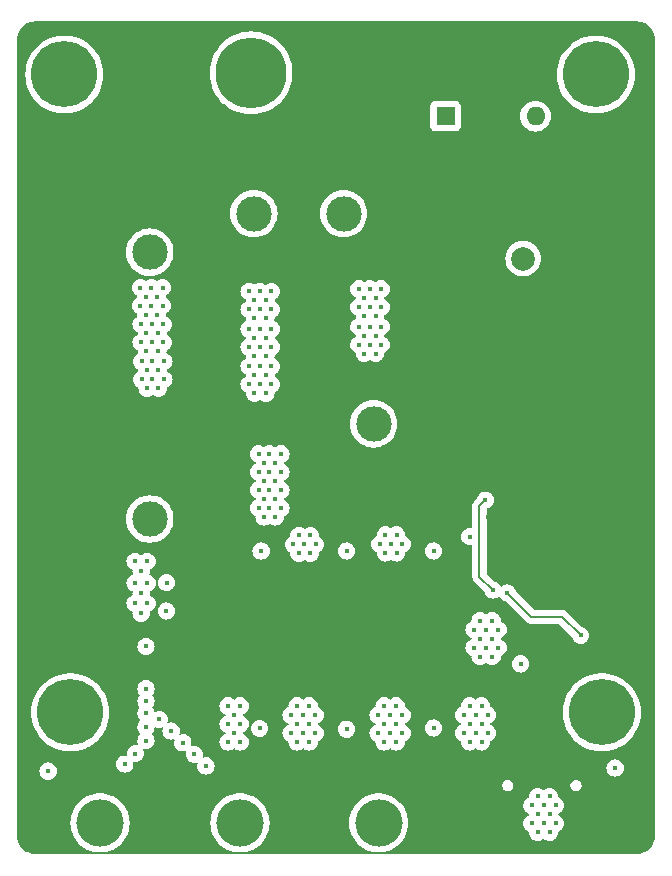
<source format=gbr>
%TF.GenerationSoftware,KiCad,Pcbnew,8.0.5*%
%TF.CreationDate,2024-10-07T09:32:21+08:00*%
%TF.ProjectId,draft-board,64726166-742d-4626-9f61-72642e6b6963,rev?*%
%TF.SameCoordinates,Original*%
%TF.FileFunction,Copper,L4,Bot*%
%TF.FilePolarity,Positive*%
%FSLAX46Y46*%
G04 Gerber Fmt 4.6, Leading zero omitted, Abs format (unit mm)*
G04 Created by KiCad (PCBNEW 8.0.5) date 2024-10-07 09:32:21*
%MOMM*%
%LPD*%
G01*
G04 APERTURE LIST*
G04 Aperture macros list*
%AMRoundRect*
0 Rectangle with rounded corners*
0 $1 Rounding radius*
0 $2 $3 $4 $5 $6 $7 $8 $9 X,Y pos of 4 corners*
0 Add a 4 corners polygon primitive as box body*
4,1,4,$2,$3,$4,$5,$6,$7,$8,$9,$2,$3,0*
0 Add four circle primitives for the rounded corners*
1,1,$1+$1,$2,$3*
1,1,$1+$1,$4,$5*
1,1,$1+$1,$6,$7*
1,1,$1+$1,$8,$9*
0 Add four rect primitives between the rounded corners*
20,1,$1+$1,$2,$3,$4,$5,0*
20,1,$1+$1,$4,$5,$6,$7,0*
20,1,$1+$1,$6,$7,$8,$9,0*
20,1,$1+$1,$8,$9,$2,$3,0*%
G04 Aperture macros list end*
%TA.AperFunction,ComponentPad*%
%ADD10C,5.600000*%
%TD*%
%TA.AperFunction,ComponentPad*%
%ADD11R,3.800000X3.800000*%
%TD*%
%TA.AperFunction,ComponentPad*%
%ADD12C,4.000000*%
%TD*%
%TA.AperFunction,ComponentPad*%
%ADD13C,3.000000*%
%TD*%
%TA.AperFunction,ComponentPad*%
%ADD14O,1.000000X1.800000*%
%TD*%
%TA.AperFunction,ComponentPad*%
%ADD15O,1.000000X2.100000*%
%TD*%
%TA.AperFunction,ComponentPad*%
%ADD16RoundRect,0.500000X-0.500000X-0.500000X0.500000X-0.500000X0.500000X0.500000X-0.500000X0.500000X0*%
%TD*%
%TA.AperFunction,ComponentPad*%
%ADD17C,2.000000*%
%TD*%
%TA.AperFunction,ComponentPad*%
%ADD18RoundRect,1.500000X-1.500000X-1.500000X1.500000X-1.500000X1.500000X1.500000X-1.500000X1.500000X0*%
%TD*%
%TA.AperFunction,ComponentPad*%
%ADD19C,6.000000*%
%TD*%
%TA.AperFunction,ComponentPad*%
%ADD20R,1.600000X1.600000*%
%TD*%
%TA.AperFunction,ComponentPad*%
%ADD21O,1.600000X1.600000*%
%TD*%
%TA.AperFunction,ViaPad*%
%ADD22C,0.450000*%
%TD*%
%TA.AperFunction,ViaPad*%
%ADD23C,0.762000*%
%TD*%
%TA.AperFunction,Conductor*%
%ADD24C,0.203200*%
%TD*%
G04 APERTURE END LIST*
D10*
%TO.P,H1,1*%
%TO.N,N/C*%
X150000000Y-109000000D03*
%TD*%
D11*
%TO.P,J2,1,Pin_1*%
%TO.N,GND*%
X124369200Y-118364000D03*
D12*
%TO.P,J2,2,Pin_2*%
%TO.N,24VOUT*%
X119369200Y-118364000D03*
%TD*%
D13*
%TO.P,F1,1*%
%TO.N,24VOUT*%
X111734600Y-92633800D03*
%TO.P,F1,2*%
%TO.N,+24V*%
X111734600Y-70033800D03*
%TD*%
D10*
%TO.P,H2,1*%
%TO.N,N/C*%
X149500000Y-55000000D03*
%TD*%
D14*
%TO.P,J6,S1,SHIELD*%
%TO.N,GND*%
X149252400Y-118880200D03*
D15*
X149252400Y-114700200D03*
D14*
X140612400Y-118880200D03*
D15*
X140612400Y-114700200D03*
%TD*%
D13*
%TO.P,K1,11*%
%TO.N,+24V*%
X130683000Y-84582000D03*
%TO.P,K1,12*%
%TO.N,unconnected-(K1-Pad12)*%
X120543000Y-66782000D03*
%TO.P,K1,14*%
%TO.N,24VDC*%
X128143000Y-66782000D03*
D16*
%TO.P,K1,A1*%
%TO.N,GND*%
X143343000Y-80782000D03*
D17*
%TO.P,K1,A2*%
%TO.N,Net-(SW1-B)*%
X143343000Y-70582000D03*
%TD*%
D10*
%TO.P,H4,1*%
%TO.N,N/C*%
X104500000Y-55000000D03*
%TD*%
D11*
%TO.P,J3,1,Pin_1*%
%TO.N,GND*%
X112522000Y-118364000D03*
D12*
%TO.P,J3,2,Pin_2*%
%TO.N,24VOUT*%
X107522000Y-118364000D03*
%TD*%
D18*
%TO.P,J1,1,Pin_1*%
%TO.N,GND*%
X113106200Y-54864000D03*
D19*
%TO.P,J1,2,Pin_2*%
%TO.N,24VDC*%
X120306200Y-54864000D03*
%TD*%
D10*
%TO.P,H3,1*%
%TO.N,N/C*%
X105000000Y-109000000D03*
%TD*%
D11*
%TO.P,J5,1,Pin_1*%
%TO.N,GND*%
X136104000Y-118364000D03*
D12*
%TO.P,J5,2,Pin_2*%
%TO.N,+5V*%
X131104000Y-118364000D03*
%TD*%
D20*
%TO.P,SW1,1,A*%
%TO.N,Net-(SW1-A)*%
X136775000Y-58521600D03*
D21*
%TO.P,SW1,2,B*%
%TO.N,Net-(SW1-B)*%
X144395000Y-58521600D03*
%TD*%
D22*
%TO.N,+24V*%
X131318000Y-74676000D03*
X111963200Y-80822800D03*
X129895600Y-78638400D03*
X111455200Y-78435200D03*
X121056400Y-78079600D03*
X121564400Y-78841600D03*
X129438400Y-73152000D03*
X120599200Y-81991200D03*
X112420400Y-78435200D03*
X111506000Y-81584800D03*
X112877600Y-76149200D03*
X111861600Y-74574400D03*
X120142000Y-73355200D03*
X121564400Y-77317600D03*
X121564400Y-80467200D03*
X121564400Y-75641200D03*
X125323600Y-94030800D03*
X121056400Y-74879200D03*
X120954800Y-91694000D03*
X121869200Y-91694000D03*
X131673600Y-93980000D03*
X121869200Y-90170000D03*
X131318000Y-76352400D03*
X122834400Y-88646000D03*
X129895600Y-73914000D03*
X110947200Y-73050400D03*
X111963200Y-79298800D03*
X120142000Y-78079600D03*
X120954800Y-88646000D03*
X125780800Y-94792800D03*
X111404400Y-75336400D03*
X128397000Y-95344000D03*
X120142000Y-79705200D03*
X122021600Y-73355200D03*
X110998000Y-76149200D03*
X110998000Y-77673200D03*
X122377200Y-92456000D03*
X135763000Y-95344000D03*
X122834400Y-91694000D03*
X111048800Y-80822800D03*
X120954800Y-90170000D03*
X121056400Y-81229200D03*
X122834400Y-90170000D03*
X124815600Y-94792800D03*
X129438400Y-74676000D03*
X130352800Y-73152000D03*
X130860800Y-75438000D03*
X120599200Y-74117200D03*
X121056400Y-79705200D03*
X122834400Y-87122000D03*
X112369600Y-75336400D03*
X112826800Y-74574400D03*
X129895600Y-77114400D03*
X121412000Y-87884000D03*
X120142000Y-74879200D03*
X124358400Y-95554800D03*
X130860800Y-78638400D03*
X122377200Y-90932000D03*
X129438400Y-76352400D03*
X120954800Y-87122000D03*
X121564400Y-81991200D03*
X131318000Y-73152000D03*
X121869200Y-88646000D03*
X112826800Y-73050400D03*
X110947200Y-74574400D03*
X111455200Y-76911200D03*
X122021600Y-81229200D03*
X130352800Y-77876400D03*
X138836400Y-94131400D03*
X111861600Y-73050400D03*
X122021600Y-74879200D03*
X111048800Y-79298800D03*
X124358400Y-94030800D03*
X111912400Y-77673200D03*
X112928400Y-79298800D03*
X121412000Y-92456000D03*
X125323600Y-95554800D03*
X121412000Y-90932000D03*
X123901200Y-94792800D03*
X131216400Y-94742000D03*
X121564400Y-74117200D03*
X112420400Y-76911200D03*
X120599200Y-78841600D03*
X129895600Y-75438000D03*
X122377200Y-89408000D03*
X133096000Y-94742000D03*
X122021600Y-76555600D03*
X120599200Y-77317600D03*
X121158000Y-95344000D03*
X112928400Y-80822800D03*
X130860800Y-73914000D03*
X112471200Y-81584800D03*
X120599200Y-80467200D03*
X120142000Y-76555600D03*
X121869200Y-87122000D03*
X122021600Y-79705200D03*
X112877600Y-77673200D03*
X130352800Y-76352400D03*
X111912400Y-76149200D03*
X132638800Y-93980000D03*
X131673600Y-95504000D03*
X122021600Y-78079600D03*
X130860800Y-77114400D03*
X112369600Y-73812400D03*
X132638800Y-95504000D03*
X111506000Y-80060800D03*
X132130800Y-94742000D03*
X120599200Y-75641200D03*
X122377200Y-87884000D03*
X121056400Y-76555600D03*
X129438400Y-77876400D03*
X112471200Y-80060800D03*
X131318000Y-77876400D03*
X111404400Y-73812400D03*
X121412000Y-89408000D03*
X120142000Y-81229200D03*
X130352800Y-74676000D03*
X121056400Y-73355200D03*
%TO.N,GND*%
X148742400Y-72948800D03*
X105105200Y-96723200D03*
X145389600Y-109321600D03*
X104241600Y-88798400D03*
X135585200Y-75793600D03*
X139039600Y-65125600D03*
X112166400Y-61468000D03*
X110794800Y-62179200D03*
X125069600Y-101904800D03*
X151130000Y-118389600D03*
X136499600Y-79705200D03*
X146100800Y-111658400D03*
D23*
X142000000Y-116500000D03*
D22*
X116992400Y-87477600D03*
X149707600Y-86106000D03*
X104597200Y-64516000D03*
X104648000Y-81330800D03*
X103733600Y-82753200D03*
X103225600Y-96723200D03*
X151028400Y-80416400D03*
X150571200Y-66954400D03*
X103225600Y-95300800D03*
X133553200Y-89408000D03*
X116636800Y-94894400D03*
X129489200Y-88950800D03*
X137922000Y-75082400D03*
X131978400Y-103987600D03*
X131521200Y-101854000D03*
X131521200Y-103276400D03*
X102819200Y-82753200D03*
X103276400Y-80619600D03*
X125526800Y-101193600D03*
X139039600Y-63703200D03*
X150164800Y-75082400D03*
X133553200Y-53644800D03*
X153263600Y-99415600D03*
X136499600Y-72948800D03*
X149656800Y-81127600D03*
X104089200Y-65227200D03*
X149199600Y-66243200D03*
X148793200Y-87528400D03*
X148793200Y-88950800D03*
X151028400Y-66243200D03*
X137464800Y-82550000D03*
X117144800Y-94183200D03*
X146100800Y-109778800D03*
X149656800Y-75793600D03*
X149656800Y-68376800D03*
X149199600Y-67665600D03*
X137007600Y-81838800D03*
X134010400Y-52933600D03*
X153263600Y-100380800D03*
X123698000Y-101193600D03*
X117602000Y-94894400D03*
X125526800Y-102616000D03*
X126034800Y-103327200D03*
X102819200Y-81330800D03*
X123698000Y-102616000D03*
X104597200Y-96012000D03*
X103733600Y-88087200D03*
X103911400Y-75806000D03*
X134010400Y-88696800D03*
X141211000Y-99618800D03*
X149250400Y-88239600D03*
X139547600Y-65836800D03*
X111252000Y-62890400D03*
X139496800Y-64414400D03*
X134924800Y-52933600D03*
X137464800Y-75793600D03*
X103733600Y-81330800D03*
X103124000Y-118643600D03*
X104648000Y-97434400D03*
X105054400Y-65227200D03*
X133350000Y-101854000D03*
X121818400Y-113995200D03*
X132943600Y-103987600D03*
X105003600Y-62382400D03*
X137414000Y-72948800D03*
X102819200Y-88087200D03*
X136042400Y-81838800D03*
X103276400Y-82042000D03*
X136956800Y-73660000D03*
X102819200Y-79908400D03*
X103174800Y-63804800D03*
X103632000Y-63093600D03*
X105156000Y-82042000D03*
X148793200Y-86106000D03*
X134518400Y-55067200D03*
X116179600Y-94183200D03*
X148742400Y-79705200D03*
X150571200Y-79705200D03*
X148742400Y-68376800D03*
X104140000Y-95300800D03*
X112623600Y-62179200D03*
X104648000Y-88087200D03*
X149656800Y-72948800D03*
X137414000Y-74371200D03*
X102768400Y-94589600D03*
X103174800Y-62382400D03*
X149656800Y-65532000D03*
X104648000Y-79908400D03*
X136499600Y-74371200D03*
X116535200Y-86766400D03*
X103276400Y-88798400D03*
X115112800Y-87477600D03*
X127609600Y-88950800D03*
X104190800Y-96723200D03*
X111709200Y-63601600D03*
X149656800Y-79705200D03*
X137210800Y-65125600D03*
X150164800Y-81838800D03*
X131064000Y-102565200D03*
X137007600Y-75082400D03*
X150215600Y-88239600D03*
X116027200Y-87477600D03*
X132892800Y-102565200D03*
X151079200Y-81838800D03*
X102819200Y-86664800D03*
X133096000Y-54356000D03*
X125984000Y-101904800D03*
X105511600Y-64516000D03*
X104089200Y-62382400D03*
X103682800Y-94589600D03*
X135585200Y-82550000D03*
X123240800Y-114706400D03*
X124612400Y-102616000D03*
X135432800Y-89408000D03*
X150622000Y-82550000D03*
X150622000Y-68376800D03*
X148742400Y-82550000D03*
X103632000Y-64516000D03*
X135585200Y-79705200D03*
X136042400Y-73660000D03*
X132638800Y-55067200D03*
X133553200Y-52222400D03*
X127152400Y-89662000D03*
X148742400Y-75793600D03*
X149250400Y-86817200D03*
X103733600Y-89509600D03*
X115570000Y-86766400D03*
X125577600Y-104038400D03*
X151130000Y-88239600D03*
X151079200Y-67665600D03*
X132638800Y-52222400D03*
X149199600Y-73660000D03*
X150114000Y-66243200D03*
X111252000Y-61468000D03*
X150114000Y-73660000D03*
X128066800Y-89662000D03*
X137414000Y-79705200D03*
X150164800Y-86817200D03*
X111709200Y-60756800D03*
X141915600Y-94037200D03*
X134467600Y-52222400D03*
X103276400Y-87376000D03*
X150571200Y-81127600D03*
X104089200Y-63804800D03*
X149707600Y-87528400D03*
X138633200Y-65836800D03*
X137871200Y-73660000D03*
X136042400Y-75082400D03*
X134975600Y-88696800D03*
X131978400Y-101142800D03*
X129032000Y-89662000D03*
X103733600Y-79908400D03*
X104698800Y-89509600D03*
X102768400Y-97434400D03*
X136499600Y-82550000D03*
X136499600Y-75793600D03*
X135585200Y-81127600D03*
X131978400Y-102565200D03*
X102819200Y-89509600D03*
X143129000Y-110302000D03*
X115722400Y-94894400D03*
X111709200Y-62179200D03*
X151079200Y-75082400D03*
X104190800Y-80619600D03*
X149656800Y-66954400D03*
X151028400Y-73660000D03*
X135890000Y-88696800D03*
X137871200Y-80416400D03*
X121361200Y-114706400D03*
D23*
X148000000Y-116500000D03*
D22*
X149199600Y-80416400D03*
X133553200Y-55067200D03*
X137210800Y-66548000D03*
X134467600Y-53644800D03*
X105156000Y-88798400D03*
X133096000Y-52933600D03*
X150672800Y-88950800D03*
X123698000Y-104038400D03*
X112623600Y-60756800D03*
X150622000Y-86106000D03*
X131064000Y-103987600D03*
X151079200Y-86817200D03*
X124612400Y-101193600D03*
X148742400Y-65532000D03*
X149707600Y-88950800D03*
X149199600Y-81838800D03*
X125120400Y-103327200D03*
X139090400Y-66548000D03*
X128930400Y-56870600D03*
X110794800Y-63601600D03*
X104190800Y-87376000D03*
X122275600Y-114706400D03*
X103174800Y-65227200D03*
X124612400Y-104038400D03*
X104698800Y-82753200D03*
X137210800Y-63703200D03*
X136042400Y-80416400D03*
X105460800Y-63093600D03*
X102768400Y-96012000D03*
X104241600Y-82042000D03*
X150114000Y-80416400D03*
X148742400Y-74371200D03*
X132892800Y-101142800D03*
X149656800Y-74371200D03*
X105105200Y-80619600D03*
X103682800Y-97434400D03*
X134467600Y-89408000D03*
X149199600Y-75082400D03*
X138125200Y-66548000D03*
X132486400Y-103276400D03*
X135585200Y-74371200D03*
X103733600Y-86664800D03*
X134975600Y-54356000D03*
X124155200Y-103327200D03*
X148742400Y-66954400D03*
X134061200Y-54356000D03*
X140411200Y-92481400D03*
X123698000Y-113995200D03*
X138125200Y-65125600D03*
X105003600Y-63804800D03*
X149656800Y-82550000D03*
X150164800Y-67665600D03*
X112674400Y-63601600D03*
X137668000Y-65836800D03*
X104546400Y-63093600D03*
X137414000Y-81127600D03*
X132638800Y-53644800D03*
X137922000Y-81838800D03*
X122783600Y-113995200D03*
X133400800Y-103276400D03*
X138125200Y-63703200D03*
X110794800Y-60756800D03*
X118059200Y-94183200D03*
X138582400Y-64414400D03*
X152552400Y-100838000D03*
X128574800Y-88950800D03*
X104597200Y-94589600D03*
X103682800Y-96012000D03*
X136956800Y-80416400D03*
X153263600Y-101295200D03*
X124155200Y-101904800D03*
X150571200Y-65532000D03*
X136499600Y-81127600D03*
X135585200Y-72948800D03*
X113080800Y-61468000D03*
X131064000Y-101142800D03*
X150622000Y-87528400D03*
X145389600Y-110236000D03*
X146100800Y-110744000D03*
X137668000Y-64414400D03*
X132435600Y-101854000D03*
X150622000Y-75793600D03*
X150571200Y-74371200D03*
X152552400Y-98958400D03*
X113131600Y-62890400D03*
X105105200Y-87376000D03*
X150571200Y-72948800D03*
X148742400Y-81127600D03*
X145389600Y-111201200D03*
X117449600Y-86766400D03*
X105054400Y-95300800D03*
X112217200Y-62890400D03*
X104648000Y-86664800D03*
X152552400Y-99872800D03*
%TO.N,+5V*%
X123698000Y-109220000D03*
X140208000Y-102006400D03*
X119380000Y-111506000D03*
X144576800Y-116128800D03*
X119380000Y-108458000D03*
X139319000Y-110744000D03*
X139827000Y-109982000D03*
X118364000Y-109982000D03*
X140716000Y-102768400D03*
X140716000Y-104292400D03*
X141224000Y-102006400D03*
X145592800Y-119176800D03*
X131064000Y-109220000D03*
X140335000Y-109220000D03*
X118364000Y-111506000D03*
X140208000Y-103530400D03*
X138811000Y-108458000D03*
X132588000Y-108458000D03*
X144068800Y-118414800D03*
X118364000Y-108458000D03*
X145084800Y-118414800D03*
X125222000Y-111506000D03*
X140335000Y-110744000D03*
X131572000Y-109982000D03*
X143129000Y-104902000D03*
X125222000Y-109982000D03*
X124206000Y-109982000D03*
X144576800Y-117652800D03*
X131572000Y-111506000D03*
X144068800Y-116890800D03*
X151130000Y-113716800D03*
X124206000Y-111506000D03*
X131572000Y-108458000D03*
X118872000Y-109220000D03*
X144576800Y-119176800D03*
X139192000Y-103530400D03*
X138303000Y-109220000D03*
X146100800Y-118414800D03*
X139700000Y-102768400D03*
X132080000Y-109220000D03*
X133096000Y-110744000D03*
X138811000Y-111506000D03*
X139827000Y-111506000D03*
X138303000Y-110744000D03*
X125222000Y-108458000D03*
X145592800Y-117652800D03*
X123698000Y-110744000D03*
X142007233Y-98894173D03*
X132588000Y-111506000D03*
X139700000Y-101244400D03*
X131064000Y-110744000D03*
X141224000Y-103530400D03*
X118872000Y-110744000D03*
X125730000Y-110744000D03*
X140716000Y-101244400D03*
X133096000Y-109220000D03*
X124206000Y-108458000D03*
X135763000Y-110335000D03*
X139700000Y-104292400D03*
X139192000Y-102006400D03*
X128397000Y-110429000D03*
X139319000Y-109220000D03*
X132080000Y-110744000D03*
X125730000Y-109220000D03*
X139827000Y-108458000D03*
X138811000Y-109982000D03*
X124714000Y-109220000D03*
X132588000Y-109982000D03*
X145592800Y-116128800D03*
X145084800Y-116890800D03*
X148209000Y-102489000D03*
X124714000Y-110744000D03*
X146100800Y-116890800D03*
X119380000Y-109982000D03*
X121031000Y-110363000D03*
%TO.N,24VOUT*%
X113157000Y-98018600D03*
X111408000Y-103428800D03*
X112547400Y-109601000D03*
X110490000Y-99771200D03*
X110998000Y-100634800D03*
X113538000Y-110591600D03*
X111408000Y-107010200D03*
X111408000Y-108051600D03*
X111408000Y-111404400D03*
X111408000Y-110236000D03*
X110998000Y-97078800D03*
X114528600Y-111582200D03*
X110998000Y-98907600D03*
X109620400Y-113379600D03*
X115519200Y-112572800D03*
X110509400Y-112490600D03*
X103124600Y-113980000D03*
X111506000Y-96215200D03*
X110490000Y-96215200D03*
X116484400Y-113538000D03*
X111506000Y-99771200D03*
X111408000Y-109067600D03*
X110490000Y-98044000D03*
X113131600Y-100431600D03*
X111506000Y-98044000D03*
%TO.N,Net-(U1-PG)*%
X140797400Y-98653600D03*
X140157200Y-91033600D03*
%TD*%
D24*
%TO.N,+5V*%
X142007233Y-98894173D02*
X144027260Y-100914200D01*
X146634200Y-100914200D02*
X148209000Y-102489000D01*
X144027260Y-100914200D02*
X146634200Y-100914200D01*
%TO.N,Net-(U1-PG)*%
X139649200Y-91541600D02*
X139649200Y-97505400D01*
X139649200Y-97505400D02*
X140797400Y-98653600D01*
X140157200Y-91033600D02*
X139649200Y-91541600D01*
%TD*%
%TA.AperFunction,Conductor*%
%TO.N,GND*%
G36*
X153001748Y-50508625D02*
G01*
X153208767Y-50523431D01*
X153215687Y-50524426D01*
X153274138Y-50537141D01*
X153416785Y-50568172D01*
X153423485Y-50570140D01*
X153616307Y-50642059D01*
X153622665Y-50644962D01*
X153803297Y-50743594D01*
X153809163Y-50747364D01*
X153973920Y-50870700D01*
X153979203Y-50875278D01*
X154124721Y-51020796D01*
X154129299Y-51026079D01*
X154252633Y-51190833D01*
X154256410Y-51196710D01*
X154355036Y-51377333D01*
X154357940Y-51383692D01*
X154429858Y-51576510D01*
X154431828Y-51583218D01*
X154475573Y-51784312D01*
X154476568Y-51791232D01*
X154491375Y-51998252D01*
X154491500Y-52001748D01*
X154491500Y-119498251D01*
X154491375Y-119501747D01*
X154476568Y-119708767D01*
X154475573Y-119715687D01*
X154431828Y-119916781D01*
X154429858Y-119923489D01*
X154357940Y-120116307D01*
X154355036Y-120122666D01*
X154256410Y-120303289D01*
X154252630Y-120309171D01*
X154129299Y-120473920D01*
X154124721Y-120479203D01*
X153979203Y-120624721D01*
X153973920Y-120629299D01*
X153809171Y-120752630D01*
X153803289Y-120756410D01*
X153622666Y-120855036D01*
X153616307Y-120857940D01*
X153423489Y-120929858D01*
X153416781Y-120931828D01*
X153215687Y-120975573D01*
X153208767Y-120976568D01*
X153001748Y-120991375D01*
X152998252Y-120991500D01*
X102001748Y-120991500D01*
X101998252Y-120991375D01*
X101791232Y-120976568D01*
X101784312Y-120975573D01*
X101583218Y-120931828D01*
X101576510Y-120929858D01*
X101383692Y-120857940D01*
X101377333Y-120855036D01*
X101276749Y-120800114D01*
X101196705Y-120756407D01*
X101190833Y-120752633D01*
X101028343Y-120630994D01*
X101026079Y-120629299D01*
X101020796Y-120624721D01*
X100875278Y-120479203D01*
X100870700Y-120473920D01*
X100747364Y-120309163D01*
X100743594Y-120303297D01*
X100644962Y-120122665D01*
X100642059Y-120116307D01*
X100570141Y-119923489D01*
X100568171Y-119916781D01*
X100566019Y-119906890D01*
X100531370Y-119747608D01*
X100524426Y-119715687D01*
X100523431Y-119708767D01*
X100508625Y-119501747D01*
X100508500Y-119498251D01*
X100508500Y-118363995D01*
X105016556Y-118363995D01*
X105016556Y-118364004D01*
X105036311Y-118678012D01*
X105095267Y-118987075D01*
X105192496Y-119286313D01*
X105326463Y-119571007D01*
X105495050Y-119836659D01*
X105695604Y-120079087D01*
X105695611Y-120079095D01*
X105924965Y-120294474D01*
X105924968Y-120294476D01*
X105924970Y-120294478D01*
X106179516Y-120479416D01*
X106455234Y-120630994D01*
X106747775Y-120746819D01*
X107052527Y-120825066D01*
X107364682Y-120864500D01*
X107364683Y-120864500D01*
X107679317Y-120864500D01*
X107679318Y-120864500D01*
X107991473Y-120825066D01*
X108296225Y-120746819D01*
X108588766Y-120630994D01*
X108864484Y-120479416D01*
X109119030Y-120294478D01*
X109348390Y-120079094D01*
X109548947Y-119836663D01*
X109717537Y-119571007D01*
X109851503Y-119286315D01*
X109948731Y-118987079D01*
X109949012Y-118985609D01*
X109971065Y-118870002D01*
X110007688Y-118678015D01*
X110027444Y-118364000D01*
X110027444Y-118363995D01*
X116863756Y-118363995D01*
X116863756Y-118364004D01*
X116883511Y-118678012D01*
X116942467Y-118987075D01*
X117039696Y-119286313D01*
X117173663Y-119571007D01*
X117342250Y-119836659D01*
X117542804Y-120079087D01*
X117542811Y-120079095D01*
X117772165Y-120294474D01*
X117772168Y-120294476D01*
X117772170Y-120294478D01*
X118026716Y-120479416D01*
X118302434Y-120630994D01*
X118594975Y-120746819D01*
X118899727Y-120825066D01*
X119211882Y-120864500D01*
X119211883Y-120864500D01*
X119526517Y-120864500D01*
X119526518Y-120864500D01*
X119838673Y-120825066D01*
X120143425Y-120746819D01*
X120435966Y-120630994D01*
X120711684Y-120479416D01*
X120966230Y-120294478D01*
X121195590Y-120079094D01*
X121396147Y-119836663D01*
X121564737Y-119571007D01*
X121698703Y-119286315D01*
X121795931Y-118987079D01*
X121796212Y-118985609D01*
X121818265Y-118870002D01*
X121854888Y-118678015D01*
X121874644Y-118364000D01*
X121874644Y-118363995D01*
X128598556Y-118363995D01*
X128598556Y-118364004D01*
X128618311Y-118678012D01*
X128677267Y-118987075D01*
X128774496Y-119286313D01*
X128908463Y-119571007D01*
X129077050Y-119836659D01*
X129277604Y-120079087D01*
X129277611Y-120079095D01*
X129506965Y-120294474D01*
X129506968Y-120294476D01*
X129506970Y-120294478D01*
X129761516Y-120479416D01*
X130037234Y-120630994D01*
X130329775Y-120746819D01*
X130634527Y-120825066D01*
X130946682Y-120864500D01*
X130946683Y-120864500D01*
X131261317Y-120864500D01*
X131261318Y-120864500D01*
X131573473Y-120825066D01*
X131878225Y-120746819D01*
X132170766Y-120630994D01*
X132446484Y-120479416D01*
X132701030Y-120294478D01*
X132930390Y-120079094D01*
X133130947Y-119836663D01*
X133299537Y-119571007D01*
X133433503Y-119286315D01*
X133530731Y-118987079D01*
X133531012Y-118985609D01*
X133553065Y-118870002D01*
X133589688Y-118678015D01*
X133609444Y-118364000D01*
X133589688Y-118049985D01*
X133550393Y-117843992D01*
X133530732Y-117740924D01*
X133492496Y-117623245D01*
X133433503Y-117441685D01*
X133299537Y-117156993D01*
X133130947Y-116891337D01*
X133130503Y-116890800D01*
X143338709Y-116890800D01*
X143357014Y-117053261D01*
X143411011Y-117207575D01*
X143411012Y-117207576D01*
X143497990Y-117346002D01*
X143497992Y-117346004D01*
X143613596Y-117461608D01*
X143613598Y-117461609D01*
X143752020Y-117548587D01*
X143752024Y-117548588D01*
X143752025Y-117548589D01*
X143817524Y-117571508D01*
X143817530Y-117571510D01*
X143845493Y-117596500D01*
X143850038Y-117623245D01*
X143846709Y-117652799D01*
X143846709Y-117652800D01*
X143850038Y-117682354D01*
X143839655Y-117718391D01*
X143817530Y-117734089D01*
X143752025Y-117757011D01*
X143752023Y-117757012D01*
X143613597Y-117843990D01*
X143497990Y-117959597D01*
X143441195Y-118049987D01*
X143411011Y-118098025D01*
X143357014Y-118252339D01*
X143338709Y-118414800D01*
X143357014Y-118577261D01*
X143411011Y-118731575D01*
X143411012Y-118731576D01*
X143497990Y-118870002D01*
X143497992Y-118870004D01*
X143613596Y-118985608D01*
X143613598Y-118985609D01*
X143752020Y-119072587D01*
X143752024Y-119072588D01*
X143752025Y-119072589D01*
X143817524Y-119095508D01*
X143817530Y-119095510D01*
X143845493Y-119120500D01*
X143850038Y-119147245D01*
X143846709Y-119176799D01*
X143846709Y-119176800D01*
X143865014Y-119339261D01*
X143919011Y-119493575D01*
X143919012Y-119493576D01*
X144005990Y-119632002D01*
X144121597Y-119747609D01*
X144167739Y-119776601D01*
X144260025Y-119834589D01*
X144414339Y-119888586D01*
X144576800Y-119906891D01*
X144739261Y-119888586D01*
X144893575Y-119834589D01*
X145032004Y-119747608D01*
X145050152Y-119729460D01*
X145084800Y-119715108D01*
X145119448Y-119729460D01*
X145137597Y-119747609D01*
X145183739Y-119776601D01*
X145276025Y-119834589D01*
X145430339Y-119888586D01*
X145592800Y-119906891D01*
X145755261Y-119888586D01*
X145909575Y-119834589D01*
X146048004Y-119747608D01*
X146163608Y-119632004D01*
X146250589Y-119493575D01*
X146304586Y-119339261D01*
X146322891Y-119176800D01*
X146319561Y-119147245D01*
X146329943Y-119111208D01*
X146352064Y-119095511D01*
X146417575Y-119072589D01*
X146556004Y-118985608D01*
X146671608Y-118870004D01*
X146758589Y-118731575D01*
X146812586Y-118577261D01*
X146830891Y-118414800D01*
X146812586Y-118252339D01*
X146758589Y-118098025D01*
X146671608Y-117959596D01*
X146556004Y-117843992D01*
X146556002Y-117843990D01*
X146463718Y-117786004D01*
X146417575Y-117757011D01*
X146352069Y-117734089D01*
X146324105Y-117709099D01*
X146319561Y-117682353D01*
X146322891Y-117652800D01*
X146319561Y-117623245D01*
X146329943Y-117587208D01*
X146352064Y-117571511D01*
X146417575Y-117548589D01*
X146556004Y-117461608D01*
X146671608Y-117346004D01*
X146758589Y-117207575D01*
X146812586Y-117053261D01*
X146830891Y-116890800D01*
X146812586Y-116728339D01*
X146758589Y-116574025D01*
X146671608Y-116435596D01*
X146556004Y-116319992D01*
X146556002Y-116319990D01*
X146442359Y-116248584D01*
X146417575Y-116233011D01*
X146352069Y-116210089D01*
X146324105Y-116185099D01*
X146319561Y-116158353D01*
X146322891Y-116128800D01*
X146304586Y-115966339D01*
X146250589Y-115812025D01*
X146163608Y-115673596D01*
X146048004Y-115557992D01*
X146048002Y-115557990D01*
X145943238Y-115492163D01*
X145909575Y-115471011D01*
X145755261Y-115417014D01*
X145755257Y-115417013D01*
X145755255Y-115417013D01*
X145592800Y-115398709D01*
X145430344Y-115417013D01*
X145430335Y-115417015D01*
X145276025Y-115471011D01*
X145276023Y-115471012D01*
X145137597Y-115557990D01*
X145137594Y-115557993D01*
X145119448Y-115576140D01*
X145084800Y-115590492D01*
X145050152Y-115576140D01*
X145032002Y-115557990D01*
X144927238Y-115492163D01*
X144893575Y-115471011D01*
X144739261Y-115417014D01*
X144739257Y-115417013D01*
X144739255Y-115417013D01*
X144576800Y-115398709D01*
X144414344Y-115417013D01*
X144414335Y-115417015D01*
X144260025Y-115471011D01*
X144260023Y-115471012D01*
X144121597Y-115557990D01*
X144005990Y-115673597D01*
X143919012Y-115812023D01*
X143919011Y-115812025D01*
X143865015Y-115966335D01*
X143865013Y-115966344D01*
X143846709Y-116128800D01*
X143850038Y-116158354D01*
X143839655Y-116194391D01*
X143817530Y-116210089D01*
X143752025Y-116233011D01*
X143752023Y-116233012D01*
X143613597Y-116319990D01*
X143497990Y-116435597D01*
X143411012Y-116574023D01*
X143411011Y-116574025D01*
X143384810Y-116648904D01*
X143357014Y-116728339D01*
X143338709Y-116890800D01*
X133130503Y-116890800D01*
X132930390Y-116648906D01*
X132703239Y-116435596D01*
X132701034Y-116433525D01*
X132701026Y-116433519D01*
X132446491Y-116248589D01*
X132446485Y-116248585D01*
X132446486Y-116248585D01*
X132446484Y-116248584D01*
X132170766Y-116097006D01*
X132069966Y-116057096D01*
X131878226Y-115981181D01*
X131573472Y-115902933D01*
X131261320Y-115863500D01*
X131261318Y-115863500D01*
X130946682Y-115863500D01*
X130946679Y-115863500D01*
X130634527Y-115902933D01*
X130329773Y-115981181D01*
X130037231Y-116097007D01*
X129761514Y-116248585D01*
X129761508Y-116248589D01*
X129506973Y-116433519D01*
X129506965Y-116433525D01*
X129277611Y-116648904D01*
X129277604Y-116648912D01*
X129077050Y-116891340D01*
X128908463Y-117156992D01*
X128774496Y-117441686D01*
X128677267Y-117740924D01*
X128618311Y-118049987D01*
X128598556Y-118363995D01*
X121874644Y-118363995D01*
X121854888Y-118049985D01*
X121815593Y-117843992D01*
X121795932Y-117740924D01*
X121757696Y-117623245D01*
X121698703Y-117441685D01*
X121564737Y-117156993D01*
X121396147Y-116891337D01*
X121195590Y-116648906D01*
X120968439Y-116435596D01*
X120966234Y-116433525D01*
X120966226Y-116433519D01*
X120711691Y-116248589D01*
X120711685Y-116248585D01*
X120711686Y-116248585D01*
X120711684Y-116248584D01*
X120435966Y-116097006D01*
X120335166Y-116057096D01*
X120143426Y-115981181D01*
X119838672Y-115902933D01*
X119526520Y-115863500D01*
X119526518Y-115863500D01*
X119211882Y-115863500D01*
X119211879Y-115863500D01*
X118899727Y-115902933D01*
X118594973Y-115981181D01*
X118302431Y-116097007D01*
X118026714Y-116248585D01*
X118026708Y-116248589D01*
X117772173Y-116433519D01*
X117772165Y-116433525D01*
X117542811Y-116648904D01*
X117542804Y-116648912D01*
X117342250Y-116891340D01*
X117173663Y-117156992D01*
X117039696Y-117441686D01*
X116942467Y-117740924D01*
X116883511Y-118049987D01*
X116863756Y-118363995D01*
X110027444Y-118363995D01*
X110007688Y-118049985D01*
X109968393Y-117843992D01*
X109948732Y-117740924D01*
X109910496Y-117623245D01*
X109851503Y-117441685D01*
X109717537Y-117156993D01*
X109548947Y-116891337D01*
X109348390Y-116648906D01*
X109121239Y-116435596D01*
X109119034Y-116433525D01*
X109119026Y-116433519D01*
X108864491Y-116248589D01*
X108864485Y-116248585D01*
X108864486Y-116248585D01*
X108864484Y-116248584D01*
X108588766Y-116097006D01*
X108487966Y-116057096D01*
X108296226Y-115981181D01*
X107991472Y-115902933D01*
X107679320Y-115863500D01*
X107679318Y-115863500D01*
X107364682Y-115863500D01*
X107364679Y-115863500D01*
X107052527Y-115902933D01*
X106747773Y-115981181D01*
X106455231Y-116097007D01*
X106179514Y-116248585D01*
X106179508Y-116248589D01*
X105924973Y-116433519D01*
X105924965Y-116433525D01*
X105695611Y-116648904D01*
X105695604Y-116648912D01*
X105495050Y-116891340D01*
X105326463Y-117156992D01*
X105192496Y-117441686D01*
X105095267Y-117740924D01*
X105036311Y-118049987D01*
X105016556Y-118363995D01*
X100508500Y-118363995D01*
X100508500Y-115137597D01*
X141566900Y-115137597D01*
X141566900Y-115137599D01*
X141566900Y-115262801D01*
X141599305Y-115383736D01*
X141661905Y-115492164D01*
X141750436Y-115580695D01*
X141858864Y-115643295D01*
X141931425Y-115662738D01*
X141979797Y-115675700D01*
X141979799Y-115675700D01*
X142105003Y-115675700D01*
X142145312Y-115664898D01*
X142225936Y-115643295D01*
X142334364Y-115580695D01*
X142422895Y-115492164D01*
X142485495Y-115383736D01*
X142517900Y-115262801D01*
X142517900Y-115137599D01*
X142517900Y-115137597D01*
X147346900Y-115137597D01*
X147346900Y-115137599D01*
X147346900Y-115262801D01*
X147379305Y-115383736D01*
X147441905Y-115492164D01*
X147530436Y-115580695D01*
X147638864Y-115643295D01*
X147711425Y-115662738D01*
X147759797Y-115675700D01*
X147759799Y-115675700D01*
X147885003Y-115675700D01*
X147925312Y-115664898D01*
X148005936Y-115643295D01*
X148114364Y-115580695D01*
X148202895Y-115492164D01*
X148265495Y-115383736D01*
X148297900Y-115262801D01*
X148297900Y-115137599D01*
X148297900Y-115137597D01*
X148284938Y-115089225D01*
X148265495Y-115016664D01*
X148202895Y-114908236D01*
X148114364Y-114819705D01*
X148005936Y-114757105D01*
X147991641Y-114753274D01*
X147885003Y-114724700D01*
X147885001Y-114724700D01*
X147759799Y-114724700D01*
X147759797Y-114724700D01*
X147638867Y-114757104D01*
X147638866Y-114757104D01*
X147638864Y-114757105D01*
X147530436Y-114819705D01*
X147530433Y-114819707D01*
X147441907Y-114908233D01*
X147441905Y-114908236D01*
X147379305Y-115016664D01*
X147379304Y-115016666D01*
X147379304Y-115016667D01*
X147346900Y-115137597D01*
X142517900Y-115137597D01*
X142504938Y-115089225D01*
X142485495Y-115016664D01*
X142422895Y-114908236D01*
X142334364Y-114819705D01*
X142225936Y-114757105D01*
X142211641Y-114753274D01*
X142105003Y-114724700D01*
X142105001Y-114724700D01*
X141979799Y-114724700D01*
X141979797Y-114724700D01*
X141858867Y-114757104D01*
X141858866Y-114757104D01*
X141858864Y-114757105D01*
X141750436Y-114819705D01*
X141750433Y-114819707D01*
X141661907Y-114908233D01*
X141661905Y-114908236D01*
X141599305Y-115016664D01*
X141599304Y-115016666D01*
X141599304Y-115016667D01*
X141566900Y-115137597D01*
X100508500Y-115137597D01*
X100508500Y-113980000D01*
X102394509Y-113980000D01*
X102409121Y-114109691D01*
X102412814Y-114142461D01*
X102466811Y-114296775D01*
X102466812Y-114296776D01*
X102553790Y-114435202D01*
X102669397Y-114550809D01*
X102715539Y-114579801D01*
X102807825Y-114637789D01*
X102962139Y-114691786D01*
X103124600Y-114710091D01*
X103287061Y-114691786D01*
X103441375Y-114637789D01*
X103579804Y-114550808D01*
X103695408Y-114435204D01*
X103782389Y-114296775D01*
X103836386Y-114142461D01*
X103854691Y-113980000D01*
X103836386Y-113817539D01*
X103782389Y-113663225D01*
X103706258Y-113542064D01*
X103695409Y-113524797D01*
X103579802Y-113409190D01*
X103532710Y-113379600D01*
X108890309Y-113379600D01*
X108906668Y-113524796D01*
X108908614Y-113542061D01*
X108962611Y-113696375D01*
X108975445Y-113716800D01*
X109049590Y-113834802D01*
X109165197Y-113950409D01*
X109211339Y-113979401D01*
X109303625Y-114037389D01*
X109457939Y-114091386D01*
X109620400Y-114109691D01*
X109782861Y-114091386D01*
X109937175Y-114037389D01*
X110075604Y-113950408D01*
X110191208Y-113834804D01*
X110278189Y-113696375D01*
X110332186Y-113542061D01*
X110350491Y-113379600D01*
X110337192Y-113261569D01*
X110347574Y-113225533D01*
X110380398Y-113207392D01*
X110391368Y-113207392D01*
X110509400Y-113220691D01*
X110671861Y-113202386D01*
X110826175Y-113148389D01*
X110964604Y-113061408D01*
X111080208Y-112945804D01*
X111167189Y-112807375D01*
X111221186Y-112653061D01*
X111239491Y-112490600D01*
X111221186Y-112328139D01*
X111167189Y-112173825D01*
X111167186Y-112173821D01*
X111166879Y-112172942D01*
X111168981Y-112135498D01*
X111196945Y-112110508D01*
X111229312Y-112110508D01*
X111245539Y-112116186D01*
X111408000Y-112134491D01*
X111570461Y-112116186D01*
X111724775Y-112062189D01*
X111863204Y-111975208D01*
X111978808Y-111859604D01*
X112065789Y-111721175D01*
X112119786Y-111566861D01*
X112138091Y-111404400D01*
X112119786Y-111241939D01*
X112065789Y-111087625D01*
X111978808Y-110949196D01*
X111884460Y-110854848D01*
X111870108Y-110820200D01*
X111884460Y-110785552D01*
X111926013Y-110743999D01*
X111978808Y-110691204D01*
X112065789Y-110552775D01*
X112119786Y-110398461D01*
X112133079Y-110280474D01*
X112151220Y-110247652D01*
X112187257Y-110237270D01*
X112207839Y-110244471D01*
X112230625Y-110258789D01*
X112384939Y-110312786D01*
X112547400Y-110331091D01*
X112709861Y-110312786D01*
X112792803Y-110283763D01*
X112830246Y-110285865D01*
X112855236Y-110313829D01*
X112855236Y-110346196D01*
X112826216Y-110429132D01*
X112826213Y-110429144D01*
X112807909Y-110591600D01*
X112825280Y-110745776D01*
X112826214Y-110754061D01*
X112880211Y-110908375D01*
X112880212Y-110908376D01*
X112967190Y-111046802D01*
X113082797Y-111162409D01*
X113125472Y-111189223D01*
X113221225Y-111249389D01*
X113375539Y-111303386D01*
X113538000Y-111321691D01*
X113700461Y-111303386D01*
X113783403Y-111274363D01*
X113820846Y-111276465D01*
X113845836Y-111304429D01*
X113845836Y-111336796D01*
X113816816Y-111419732D01*
X113816813Y-111419744D01*
X113798509Y-111582200D01*
X113815815Y-111735800D01*
X113816814Y-111744661D01*
X113870811Y-111898975D01*
X113870812Y-111898976D01*
X113957790Y-112037402D01*
X114073397Y-112153009D01*
X114106523Y-112173823D01*
X114211825Y-112239989D01*
X114366139Y-112293986D01*
X114528600Y-112312291D01*
X114691061Y-112293986D01*
X114774003Y-112264963D01*
X114811446Y-112267065D01*
X114836436Y-112295029D01*
X114836436Y-112327396D01*
X114807416Y-112410332D01*
X114807413Y-112410344D01*
X114789109Y-112572800D01*
X114805898Y-112721812D01*
X114807414Y-112735261D01*
X114861411Y-112889575D01*
X114861412Y-112889576D01*
X114948390Y-113028002D01*
X115063997Y-113143609D01*
X115110139Y-113172601D01*
X115202425Y-113230589D01*
X115356739Y-113284586D01*
X115519200Y-113302891D01*
X115681661Y-113284586D01*
X115725530Y-113269235D01*
X115762974Y-113271337D01*
X115787964Y-113299301D01*
X115787964Y-113331667D01*
X115772616Y-113375535D01*
X115772614Y-113375540D01*
X115772613Y-113375544D01*
X115754309Y-113538000D01*
X115772153Y-113696376D01*
X115772614Y-113700461D01*
X115826611Y-113854775D01*
X115826612Y-113854776D01*
X115913590Y-113993202D01*
X116029197Y-114108809D01*
X116030601Y-114109691D01*
X116167625Y-114195789D01*
X116321939Y-114249786D01*
X116484400Y-114268091D01*
X116646861Y-114249786D01*
X116801175Y-114195789D01*
X116939604Y-114108808D01*
X117055208Y-113993204D01*
X117142189Y-113854775D01*
X117190469Y-113716800D01*
X150399909Y-113716800D01*
X150413204Y-113834802D01*
X150418214Y-113879261D01*
X150472211Y-114033575D01*
X150474607Y-114037388D01*
X150559190Y-114172002D01*
X150674797Y-114287609D01*
X150720939Y-114316601D01*
X150813225Y-114374589D01*
X150967539Y-114428586D01*
X151130000Y-114446891D01*
X151292461Y-114428586D01*
X151446775Y-114374589D01*
X151585204Y-114287608D01*
X151700808Y-114172004D01*
X151787789Y-114033575D01*
X151841786Y-113879261D01*
X151860091Y-113716800D01*
X151841786Y-113554339D01*
X151787789Y-113400025D01*
X151715254Y-113284586D01*
X151700809Y-113261597D01*
X151585202Y-113145990D01*
X151484628Y-113082796D01*
X151446775Y-113059011D01*
X151292461Y-113005014D01*
X151292457Y-113005013D01*
X151292455Y-113005013D01*
X151130000Y-112986709D01*
X150967544Y-113005013D01*
X150967535Y-113005015D01*
X150813225Y-113059011D01*
X150813223Y-113059012D01*
X150674797Y-113145990D01*
X150559190Y-113261597D01*
X150472212Y-113400023D01*
X150472211Y-113400025D01*
X150418215Y-113554335D01*
X150418213Y-113554344D01*
X150399909Y-113716800D01*
X117190469Y-113716800D01*
X117196186Y-113700461D01*
X117214491Y-113538000D01*
X117196186Y-113375539D01*
X117142189Y-113221225D01*
X117055208Y-113082796D01*
X116939604Y-112967192D01*
X116939602Y-112967190D01*
X116816079Y-112889576D01*
X116801175Y-112880211D01*
X116646861Y-112826214D01*
X116646857Y-112826213D01*
X116646855Y-112826213D01*
X116484400Y-112807909D01*
X116321944Y-112826213D01*
X116321940Y-112826213D01*
X116321939Y-112826214D01*
X116278068Y-112841565D01*
X116240624Y-112839461D01*
X116215634Y-112811497D01*
X116215635Y-112779130D01*
X116230986Y-112735261D01*
X116249291Y-112572800D01*
X116230986Y-112410339D01*
X116176989Y-112256025D01*
X116090008Y-112117596D01*
X115974404Y-112001992D01*
X115974402Y-112001990D01*
X115844416Y-111920315D01*
X115835975Y-111915011D01*
X115681661Y-111861014D01*
X115681657Y-111861013D01*
X115681655Y-111861013D01*
X115519200Y-111842709D01*
X115356744Y-111861013D01*
X115356740Y-111861013D01*
X115356739Y-111861014D01*
X115356736Y-111861014D01*
X115356732Y-111861016D01*
X115273796Y-111890036D01*
X115236352Y-111887933D01*
X115211363Y-111859969D01*
X115211363Y-111827603D01*
X115240386Y-111744661D01*
X115258691Y-111582200D01*
X115240386Y-111419739D01*
X115186389Y-111265425D01*
X115099408Y-111126996D01*
X114983804Y-111011392D01*
X114983802Y-111011390D01*
X114888522Y-110951522D01*
X114845375Y-110924411D01*
X114691061Y-110870414D01*
X114691057Y-110870413D01*
X114691055Y-110870413D01*
X114528600Y-110852109D01*
X114366144Y-110870413D01*
X114366140Y-110870413D01*
X114366139Y-110870414D01*
X114366136Y-110870414D01*
X114366132Y-110870416D01*
X114283196Y-110899436D01*
X114245752Y-110897333D01*
X114220763Y-110869369D01*
X114220763Y-110837003D01*
X114249786Y-110754061D01*
X114268091Y-110591600D01*
X114249786Y-110429139D01*
X114195789Y-110274825D01*
X114131516Y-110172535D01*
X114108809Y-110136397D01*
X113993202Y-110020790D01*
X113884431Y-109952445D01*
X113854775Y-109933811D01*
X113700461Y-109879814D01*
X113700457Y-109879813D01*
X113700455Y-109879813D01*
X113538000Y-109861509D01*
X113375544Y-109879813D01*
X113375540Y-109879813D01*
X113375539Y-109879814D01*
X113375536Y-109879814D01*
X113375532Y-109879816D01*
X113292596Y-109908836D01*
X113255152Y-109906733D01*
X113230163Y-109878769D01*
X113230163Y-109846403D01*
X113259186Y-109763461D01*
X113277491Y-109601000D01*
X113259186Y-109438539D01*
X113205189Y-109284225D01*
X113129458Y-109163700D01*
X113118209Y-109145797D01*
X113002602Y-109030190D01*
X112873106Y-108948823D01*
X112864175Y-108943211D01*
X112709861Y-108889214D01*
X112709857Y-108889213D01*
X112709855Y-108889213D01*
X112547400Y-108870909D01*
X112384944Y-108889213D01*
X112384935Y-108889215D01*
X112230621Y-108943212D01*
X112197149Y-108964244D01*
X112160176Y-108970525D01*
X112129590Y-108948823D01*
X112122388Y-108928240D01*
X112119786Y-108905139D01*
X112065789Y-108750825D01*
X111997805Y-108642629D01*
X111978809Y-108612397D01*
X111960660Y-108594248D01*
X111946308Y-108559600D01*
X111960660Y-108524952D01*
X111962021Y-108523591D01*
X111978808Y-108506804D01*
X112009474Y-108458000D01*
X117633909Y-108458000D01*
X117645356Y-108559600D01*
X117652214Y-108620461D01*
X117706211Y-108774775D01*
X117706212Y-108774776D01*
X117793190Y-108913202D01*
X117793192Y-108913204D01*
X117908796Y-109028808D01*
X117910999Y-109030192D01*
X118047220Y-109115787D01*
X118047224Y-109115788D01*
X118047225Y-109115789D01*
X118112724Y-109138708D01*
X118112730Y-109138710D01*
X118140693Y-109163700D01*
X118145238Y-109190445D01*
X118141909Y-109219999D01*
X118141909Y-109220000D01*
X118145238Y-109249554D01*
X118134855Y-109285591D01*
X118112730Y-109301289D01*
X118047225Y-109324211D01*
X118047223Y-109324212D01*
X117908797Y-109411190D01*
X117793190Y-109526797D01*
X117706212Y-109665223D01*
X117706211Y-109665225D01*
X117652215Y-109819535D01*
X117652213Y-109819544D01*
X117633909Y-109982000D01*
X117648581Y-110112223D01*
X117652214Y-110144461D01*
X117706211Y-110298775D01*
X117715015Y-110312786D01*
X117793190Y-110437202D01*
X117793192Y-110437204D01*
X117908796Y-110552808D01*
X117908798Y-110552809D01*
X118047220Y-110639787D01*
X118047224Y-110639788D01*
X118047225Y-110639789D01*
X118112724Y-110662708D01*
X118112730Y-110662710D01*
X118140693Y-110687700D01*
X118145238Y-110714445D01*
X118141909Y-110743999D01*
X118141909Y-110744000D01*
X118145238Y-110773554D01*
X118134855Y-110809591D01*
X118112730Y-110825289D01*
X118047225Y-110848211D01*
X118047223Y-110848212D01*
X117908797Y-110935190D01*
X117793190Y-111050797D01*
X117706212Y-111189223D01*
X117706211Y-111189225D01*
X117652215Y-111343535D01*
X117652213Y-111343544D01*
X117633909Y-111506000D01*
X117635397Y-111519211D01*
X117652214Y-111668461D01*
X117706211Y-111822775D01*
X117735204Y-111868918D01*
X117793190Y-111961202D01*
X117908797Y-112076809D01*
X117954939Y-112105801D01*
X118047225Y-112163789D01*
X118201539Y-112217786D01*
X118364000Y-112236091D01*
X118526461Y-112217786D01*
X118680775Y-112163789D01*
X118819204Y-112076808D01*
X118837352Y-112058660D01*
X118872000Y-112044308D01*
X118906648Y-112058660D01*
X118924797Y-112076809D01*
X118970939Y-112105801D01*
X119063225Y-112163789D01*
X119217539Y-112217786D01*
X119380000Y-112236091D01*
X119542461Y-112217786D01*
X119696775Y-112163789D01*
X119835204Y-112076808D01*
X119950808Y-111961204D01*
X120037789Y-111822775D01*
X120091786Y-111668461D01*
X120110091Y-111506000D01*
X120091786Y-111343539D01*
X120037789Y-111189225D01*
X119957079Y-111060776D01*
X119950809Y-111050797D01*
X119835202Y-110935190D01*
X119732109Y-110870413D01*
X119696775Y-110848211D01*
X119631269Y-110825289D01*
X119603305Y-110800299D01*
X119598761Y-110773553D01*
X119602091Y-110744000D01*
X119598761Y-110714445D01*
X119609143Y-110678408D01*
X119631264Y-110662711D01*
X119696775Y-110639789D01*
X119835204Y-110552808D01*
X119950808Y-110437204D01*
X119997434Y-110363000D01*
X120300909Y-110363000D01*
X120309269Y-110437202D01*
X120319214Y-110525461D01*
X120373211Y-110679775D01*
X120380393Y-110691205D01*
X120460190Y-110818202D01*
X120575797Y-110933809D01*
X120621939Y-110962801D01*
X120714225Y-111020789D01*
X120868539Y-111074786D01*
X121031000Y-111093091D01*
X121193461Y-111074786D01*
X121347775Y-111020789D01*
X121486204Y-110933808D01*
X121601808Y-110818204D01*
X121688789Y-110679775D01*
X121742786Y-110525461D01*
X121761091Y-110363000D01*
X121742786Y-110200539D01*
X121688789Y-110046225D01*
X121618155Y-109933812D01*
X121601809Y-109907797D01*
X121486202Y-109792190D01*
X121366879Y-109717215D01*
X121347775Y-109705211D01*
X121193461Y-109651214D01*
X121193457Y-109651213D01*
X121193455Y-109651213D01*
X121031000Y-109632909D01*
X120868544Y-109651213D01*
X120868535Y-109651215D01*
X120714225Y-109705211D01*
X120714223Y-109705212D01*
X120575797Y-109792190D01*
X120460190Y-109907797D01*
X120373212Y-110046223D01*
X120373211Y-110046225D01*
X120319215Y-110200535D01*
X120319213Y-110200544D01*
X120300909Y-110363000D01*
X119997434Y-110363000D01*
X120037789Y-110298775D01*
X120091786Y-110144461D01*
X120110091Y-109982000D01*
X120091786Y-109819539D01*
X120037789Y-109665225D01*
X119957079Y-109536776D01*
X119950809Y-109526797D01*
X119835202Y-109411190D01*
X119742918Y-109353204D01*
X119696775Y-109324211D01*
X119631269Y-109301289D01*
X119603305Y-109276299D01*
X119598761Y-109249553D01*
X119602091Y-109220000D01*
X122967909Y-109220000D01*
X122983386Y-109357367D01*
X122986214Y-109382461D01*
X123040211Y-109536775D01*
X123040212Y-109536776D01*
X123127190Y-109675202D01*
X123127192Y-109675204D01*
X123242796Y-109790808D01*
X123244999Y-109792192D01*
X123381220Y-109877787D01*
X123381224Y-109877788D01*
X123381225Y-109877789D01*
X123446724Y-109900708D01*
X123446730Y-109900710D01*
X123474693Y-109925700D01*
X123479238Y-109952445D01*
X123475909Y-109981999D01*
X123475909Y-109982000D01*
X123479238Y-110011554D01*
X123468855Y-110047591D01*
X123446730Y-110063289D01*
X123381225Y-110086211D01*
X123381223Y-110086212D01*
X123242797Y-110173190D01*
X123127190Y-110288797D01*
X123040212Y-110427223D01*
X123040211Y-110427225D01*
X122986215Y-110581535D01*
X122986213Y-110581544D01*
X122967909Y-110744000D01*
X122986140Y-110905809D01*
X122986214Y-110906461D01*
X123040211Y-111060775D01*
X123056556Y-111086788D01*
X123127190Y-111199202D01*
X123127192Y-111199204D01*
X123242796Y-111314808D01*
X123242798Y-111314809D01*
X123381220Y-111401787D01*
X123381224Y-111401788D01*
X123381225Y-111401789D01*
X123432538Y-111419744D01*
X123446730Y-111424710D01*
X123474693Y-111449700D01*
X123479238Y-111476445D01*
X123475909Y-111505999D01*
X123475909Y-111506000D01*
X123494214Y-111668461D01*
X123548211Y-111822775D01*
X123577204Y-111868918D01*
X123635190Y-111961202D01*
X123750797Y-112076809D01*
X123796939Y-112105801D01*
X123889225Y-112163789D01*
X124043539Y-112217786D01*
X124206000Y-112236091D01*
X124368461Y-112217786D01*
X124522775Y-112163789D01*
X124661204Y-112076808D01*
X124679352Y-112058660D01*
X124714000Y-112044308D01*
X124748648Y-112058660D01*
X124766797Y-112076809D01*
X124812939Y-112105801D01*
X124905225Y-112163789D01*
X125059539Y-112217786D01*
X125222000Y-112236091D01*
X125384461Y-112217786D01*
X125538775Y-112163789D01*
X125677204Y-112076808D01*
X125792808Y-111961204D01*
X125879789Y-111822775D01*
X125933786Y-111668461D01*
X125952091Y-111506000D01*
X125948761Y-111476445D01*
X125959143Y-111440408D01*
X125981264Y-111424711D01*
X126046775Y-111401789D01*
X126185204Y-111314808D01*
X126300808Y-111199204D01*
X126387789Y-111060775D01*
X126441786Y-110906461D01*
X126460091Y-110744000D01*
X126441786Y-110581539D01*
X126388410Y-110429000D01*
X127666909Y-110429000D01*
X127684096Y-110581544D01*
X127685214Y-110591461D01*
X127739211Y-110745775D01*
X127756665Y-110773553D01*
X127826190Y-110884202D01*
X127941797Y-110999809D01*
X127975184Y-111020787D01*
X128080225Y-111086789D01*
X128234539Y-111140786D01*
X128397000Y-111159091D01*
X128559461Y-111140786D01*
X128713775Y-111086789D01*
X128852204Y-110999808D01*
X128967808Y-110884204D01*
X129054789Y-110745775D01*
X129108786Y-110591461D01*
X129127091Y-110429000D01*
X129108786Y-110266539D01*
X129054789Y-110112225D01*
X128972963Y-109982000D01*
X128967809Y-109973797D01*
X128852202Y-109858190D01*
X128729026Y-109780794D01*
X128713775Y-109771211D01*
X128559461Y-109717214D01*
X128559457Y-109717213D01*
X128559455Y-109717213D01*
X128397000Y-109698909D01*
X128234544Y-109717213D01*
X128234535Y-109717215D01*
X128080225Y-109771211D01*
X128080223Y-109771212D01*
X127941797Y-109858190D01*
X127826190Y-109973797D01*
X127739212Y-110112223D01*
X127739211Y-110112225D01*
X127685215Y-110266535D01*
X127685213Y-110266544D01*
X127666909Y-110429000D01*
X126388410Y-110429000D01*
X126387789Y-110427225D01*
X126307079Y-110298776D01*
X126300809Y-110288797D01*
X126185202Y-110173190D01*
X126088173Y-110112223D01*
X126046775Y-110086211D01*
X125981269Y-110063289D01*
X125953305Y-110038299D01*
X125948761Y-110011553D01*
X125952091Y-109982000D01*
X125948761Y-109952445D01*
X125959143Y-109916408D01*
X125981264Y-109900711D01*
X126046775Y-109877789D01*
X126185204Y-109790808D01*
X126300808Y-109675204D01*
X126387789Y-109536775D01*
X126441786Y-109382461D01*
X126460091Y-109220000D01*
X130333909Y-109220000D01*
X130349386Y-109357367D01*
X130352214Y-109382461D01*
X130406211Y-109536775D01*
X130406212Y-109536776D01*
X130493190Y-109675202D01*
X130493192Y-109675204D01*
X130608796Y-109790808D01*
X130610999Y-109792192D01*
X130747220Y-109877787D01*
X130747224Y-109877788D01*
X130747225Y-109877789D01*
X130812724Y-109900708D01*
X130812730Y-109900710D01*
X130840693Y-109925700D01*
X130845238Y-109952445D01*
X130841909Y-109981999D01*
X130841909Y-109982000D01*
X130845238Y-110011554D01*
X130834855Y-110047591D01*
X130812730Y-110063289D01*
X130747225Y-110086211D01*
X130747223Y-110086212D01*
X130608797Y-110173190D01*
X130493190Y-110288797D01*
X130406212Y-110427223D01*
X130406211Y-110427225D01*
X130352215Y-110581535D01*
X130352213Y-110581544D01*
X130333909Y-110744000D01*
X130352140Y-110905809D01*
X130352214Y-110906461D01*
X130406211Y-111060775D01*
X130422556Y-111086788D01*
X130493190Y-111199202D01*
X130493192Y-111199204D01*
X130608796Y-111314808D01*
X130608798Y-111314809D01*
X130747220Y-111401787D01*
X130747224Y-111401788D01*
X130747225Y-111401789D01*
X130798538Y-111419744D01*
X130812730Y-111424710D01*
X130840693Y-111449700D01*
X130845238Y-111476445D01*
X130841909Y-111505999D01*
X130841909Y-111506000D01*
X130860214Y-111668461D01*
X130914211Y-111822775D01*
X130943204Y-111868918D01*
X131001190Y-111961202D01*
X131116797Y-112076809D01*
X131162939Y-112105801D01*
X131255225Y-112163789D01*
X131409539Y-112217786D01*
X131572000Y-112236091D01*
X131734461Y-112217786D01*
X131888775Y-112163789D01*
X132027204Y-112076808D01*
X132045352Y-112058660D01*
X132080000Y-112044308D01*
X132114648Y-112058660D01*
X132132797Y-112076809D01*
X132178939Y-112105801D01*
X132271225Y-112163789D01*
X132425539Y-112217786D01*
X132588000Y-112236091D01*
X132750461Y-112217786D01*
X132904775Y-112163789D01*
X133043204Y-112076808D01*
X133158808Y-111961204D01*
X133245789Y-111822775D01*
X133299786Y-111668461D01*
X133318091Y-111506000D01*
X133314761Y-111476445D01*
X133325143Y-111440408D01*
X133347264Y-111424711D01*
X133412775Y-111401789D01*
X133551204Y-111314808D01*
X133666808Y-111199204D01*
X133753789Y-111060775D01*
X133807786Y-110906461D01*
X133826091Y-110744000D01*
X133807786Y-110581539D01*
X133753789Y-110427225D01*
X133695840Y-110335000D01*
X135032909Y-110335000D01*
X135044424Y-110437204D01*
X135051214Y-110497461D01*
X135105211Y-110651775D01*
X135121946Y-110678408D01*
X135192190Y-110790202D01*
X135307797Y-110905809D01*
X135337402Y-110924411D01*
X135446225Y-110992789D01*
X135600539Y-111046786D01*
X135763000Y-111065091D01*
X135925461Y-111046786D01*
X136079775Y-110992789D01*
X136218204Y-110905808D01*
X136333808Y-110790204D01*
X136420789Y-110651775D01*
X136474786Y-110497461D01*
X136493091Y-110335000D01*
X136474786Y-110172539D01*
X136420789Y-110018225D01*
X136333820Y-109879815D01*
X136333809Y-109879797D01*
X136218202Y-109764190D01*
X136114307Y-109698909D01*
X136079775Y-109677211D01*
X135925461Y-109623214D01*
X135925457Y-109623213D01*
X135925455Y-109623213D01*
X135763000Y-109604909D01*
X135600544Y-109623213D01*
X135600535Y-109623215D01*
X135446225Y-109677211D01*
X135446223Y-109677212D01*
X135307797Y-109764190D01*
X135192190Y-109879797D01*
X135105212Y-110018223D01*
X135105211Y-110018225D01*
X135051215Y-110172535D01*
X135051213Y-110172544D01*
X135032909Y-110335000D01*
X133695840Y-110335000D01*
X133673079Y-110298776D01*
X133666809Y-110288797D01*
X133551202Y-110173190D01*
X133454173Y-110112223D01*
X133412775Y-110086211D01*
X133347269Y-110063289D01*
X133319305Y-110038299D01*
X133314761Y-110011553D01*
X133318091Y-109982000D01*
X133314761Y-109952445D01*
X133325143Y-109916408D01*
X133347264Y-109900711D01*
X133412775Y-109877789D01*
X133551204Y-109790808D01*
X133666808Y-109675204D01*
X133753789Y-109536775D01*
X133807786Y-109382461D01*
X133826091Y-109220000D01*
X137572909Y-109220000D01*
X137588386Y-109357367D01*
X137591214Y-109382461D01*
X137645211Y-109536775D01*
X137645212Y-109536776D01*
X137732190Y-109675202D01*
X137732192Y-109675204D01*
X137847796Y-109790808D01*
X137849999Y-109792192D01*
X137986220Y-109877787D01*
X137986224Y-109877788D01*
X137986225Y-109877789D01*
X138051724Y-109900708D01*
X138051730Y-109900710D01*
X138079693Y-109925700D01*
X138084238Y-109952445D01*
X138080909Y-109981999D01*
X138080909Y-109982000D01*
X138084238Y-110011554D01*
X138073855Y-110047591D01*
X138051730Y-110063289D01*
X137986225Y-110086211D01*
X137986223Y-110086212D01*
X137847797Y-110173190D01*
X137732190Y-110288797D01*
X137645212Y-110427223D01*
X137645211Y-110427225D01*
X137591215Y-110581535D01*
X137591213Y-110581544D01*
X137572909Y-110744000D01*
X137591140Y-110905809D01*
X137591214Y-110906461D01*
X137645211Y-111060775D01*
X137661556Y-111086788D01*
X137732190Y-111199202D01*
X137732192Y-111199204D01*
X137847796Y-111314808D01*
X137847798Y-111314809D01*
X137986220Y-111401787D01*
X137986224Y-111401788D01*
X137986225Y-111401789D01*
X138037538Y-111419744D01*
X138051730Y-111424710D01*
X138079693Y-111449700D01*
X138084238Y-111476445D01*
X138080909Y-111505999D01*
X138080909Y-111506000D01*
X138099214Y-111668461D01*
X138153211Y-111822775D01*
X138182204Y-111868918D01*
X138240190Y-111961202D01*
X138355797Y-112076809D01*
X138401939Y-112105801D01*
X138494225Y-112163789D01*
X138648539Y-112217786D01*
X138811000Y-112236091D01*
X138973461Y-112217786D01*
X139127775Y-112163789D01*
X139266204Y-112076808D01*
X139284352Y-112058660D01*
X139319000Y-112044308D01*
X139353648Y-112058660D01*
X139371797Y-112076809D01*
X139417939Y-112105801D01*
X139510225Y-112163789D01*
X139664539Y-112217786D01*
X139827000Y-112236091D01*
X139989461Y-112217786D01*
X140143775Y-112163789D01*
X140282204Y-112076808D01*
X140397808Y-111961204D01*
X140484789Y-111822775D01*
X140538786Y-111668461D01*
X140557091Y-111506000D01*
X140553761Y-111476445D01*
X140564143Y-111440408D01*
X140586264Y-111424711D01*
X140651775Y-111401789D01*
X140790204Y-111314808D01*
X140905808Y-111199204D01*
X140992789Y-111060775D01*
X141046786Y-110906461D01*
X141065091Y-110744000D01*
X141046786Y-110581539D01*
X140992789Y-110427225D01*
X140912079Y-110298776D01*
X140905809Y-110288797D01*
X140790202Y-110173190D01*
X140693173Y-110112223D01*
X140651775Y-110086211D01*
X140586269Y-110063289D01*
X140558305Y-110038299D01*
X140553761Y-110011553D01*
X140557091Y-109982000D01*
X140553761Y-109952445D01*
X140564143Y-109916408D01*
X140586264Y-109900711D01*
X140651775Y-109877789D01*
X140790204Y-109790808D01*
X140905808Y-109675204D01*
X140992789Y-109536775D01*
X141046786Y-109382461D01*
X141065091Y-109220000D01*
X141046786Y-109057539D01*
X141026651Y-108999998D01*
X146694652Y-108999998D01*
X146694652Y-109000001D01*
X146714027Y-109357363D01*
X146714027Y-109357365D01*
X146714028Y-109357371D01*
X146741804Y-109526796D01*
X146771929Y-109710553D01*
X146867673Y-110055395D01*
X146867676Y-110055404D01*
X147000145Y-110387876D01*
X147000147Y-110387881D01*
X147167789Y-110704085D01*
X147167793Y-110704093D01*
X147368631Y-111000306D01*
X147368634Y-111000309D01*
X147368635Y-111000311D01*
X147386028Y-111020788D01*
X147600324Y-111273078D01*
X147600334Y-111273088D01*
X147776971Y-111440408D01*
X147860163Y-111519211D01*
X148145081Y-111735800D01*
X148145088Y-111735805D01*
X148451747Y-111920315D01*
X148776559Y-112070589D01*
X148776565Y-112070591D01*
X149115726Y-112184868D01*
X149242972Y-112212877D01*
X149465244Y-112261803D01*
X149465245Y-112261803D01*
X149465254Y-112261805D01*
X149821052Y-112300500D01*
X149821057Y-112300500D01*
X150178943Y-112300500D01*
X150178948Y-112300500D01*
X150534746Y-112261805D01*
X150884274Y-112184868D01*
X151223435Y-112070591D01*
X151223437Y-112070589D01*
X151223440Y-112070589D01*
X151459872Y-111961204D01*
X151548253Y-111920315D01*
X151854919Y-111735800D01*
X152139837Y-111519211D01*
X152399668Y-111273086D01*
X152426125Y-111241939D01*
X152432350Y-111234609D01*
X152631365Y-111000311D01*
X152753483Y-110820200D01*
X152832206Y-110704093D01*
X152832207Y-110704090D01*
X152832211Y-110704085D01*
X152999853Y-110387880D01*
X153132324Y-110055403D01*
X153228071Y-109710552D01*
X153285972Y-109357371D01*
X153305348Y-109000000D01*
X153285972Y-108642629D01*
X153228071Y-108289448D01*
X153132324Y-107944597D01*
X152999853Y-107612120D01*
X152832211Y-107295915D01*
X152832209Y-107295912D01*
X152832206Y-107295906D01*
X152631368Y-106999693D01*
X152399675Y-106726921D01*
X152399665Y-106726911D01*
X152139847Y-106480798D01*
X152139844Y-106480796D01*
X152139837Y-106480789D01*
X151854919Y-106264200D01*
X151854918Y-106264199D01*
X151854911Y-106264194D01*
X151548252Y-106079684D01*
X151223440Y-105929410D01*
X150884272Y-105815131D01*
X150534755Y-105738196D01*
X150534746Y-105738195D01*
X150178948Y-105699500D01*
X149821052Y-105699500D01*
X149524858Y-105731712D01*
X149465244Y-105738196D01*
X149115728Y-105815131D01*
X149115725Y-105815131D01*
X148776559Y-105929410D01*
X148451747Y-106079684D01*
X148145088Y-106264194D01*
X148029041Y-106352411D01*
X147860163Y-106480789D01*
X147860159Y-106480792D01*
X147860152Y-106480798D01*
X147600334Y-106726911D01*
X147600324Y-106726921D01*
X147368631Y-106999693D01*
X147167793Y-107295906D01*
X147167789Y-107295914D01*
X147000147Y-107612118D01*
X147000145Y-107612123D01*
X146867676Y-107944595D01*
X146867673Y-107944604D01*
X146771929Y-108289446D01*
X146758989Y-108368376D01*
X146717663Y-108620461D01*
X146714028Y-108642632D01*
X146714027Y-108642636D01*
X146694652Y-108999998D01*
X141026651Y-108999998D01*
X140992789Y-108903225D01*
X140912079Y-108774776D01*
X140905809Y-108764797D01*
X140790202Y-108649190D01*
X140697918Y-108591204D01*
X140651775Y-108562211D01*
X140586269Y-108539289D01*
X140558305Y-108514299D01*
X140553761Y-108487553D01*
X140557091Y-108458000D01*
X140538786Y-108295539D01*
X140484789Y-108141225D01*
X140397808Y-108002796D01*
X140282204Y-107887192D01*
X140282202Y-107887190D01*
X140189918Y-107829204D01*
X140143775Y-107800211D01*
X139989461Y-107746214D01*
X139989457Y-107746213D01*
X139989455Y-107746213D01*
X139827000Y-107727909D01*
X139664544Y-107746213D01*
X139664535Y-107746215D01*
X139510225Y-107800211D01*
X139510223Y-107800212D01*
X139371797Y-107887190D01*
X139371794Y-107887193D01*
X139353648Y-107905340D01*
X139319000Y-107919692D01*
X139284352Y-107905340D01*
X139266202Y-107887190D01*
X139173918Y-107829204D01*
X139127775Y-107800211D01*
X138973461Y-107746214D01*
X138973457Y-107746213D01*
X138973455Y-107746213D01*
X138811000Y-107727909D01*
X138648544Y-107746213D01*
X138648535Y-107746215D01*
X138494225Y-107800211D01*
X138494223Y-107800212D01*
X138355797Y-107887190D01*
X138240190Y-108002797D01*
X138153212Y-108141223D01*
X138153211Y-108141225D01*
X138099215Y-108295535D01*
X138099213Y-108295544D01*
X138080909Y-108458000D01*
X138084238Y-108487554D01*
X138073855Y-108523591D01*
X138051730Y-108539289D01*
X137986225Y-108562211D01*
X137986223Y-108562212D01*
X137847797Y-108649190D01*
X137732190Y-108764797D01*
X137645212Y-108903223D01*
X137645211Y-108903225D01*
X137591215Y-109057535D01*
X137591213Y-109057544D01*
X137572909Y-109220000D01*
X133826091Y-109220000D01*
X133807786Y-109057539D01*
X133753789Y-108903225D01*
X133673079Y-108774776D01*
X133666809Y-108764797D01*
X133551202Y-108649190D01*
X133458918Y-108591204D01*
X133412775Y-108562211D01*
X133347269Y-108539289D01*
X133319305Y-108514299D01*
X133314761Y-108487553D01*
X133318091Y-108458000D01*
X133299786Y-108295539D01*
X133245789Y-108141225D01*
X133158808Y-108002796D01*
X133043204Y-107887192D01*
X133043202Y-107887190D01*
X132950918Y-107829204D01*
X132904775Y-107800211D01*
X132750461Y-107746214D01*
X132750457Y-107746213D01*
X132750455Y-107746213D01*
X132588000Y-107727909D01*
X132425544Y-107746213D01*
X132425535Y-107746215D01*
X132271225Y-107800211D01*
X132271223Y-107800212D01*
X132132797Y-107887190D01*
X132132794Y-107887193D01*
X132114648Y-107905340D01*
X132080000Y-107919692D01*
X132045352Y-107905340D01*
X132027202Y-107887190D01*
X131934918Y-107829204D01*
X131888775Y-107800211D01*
X131734461Y-107746214D01*
X131734457Y-107746213D01*
X131734455Y-107746213D01*
X131572000Y-107727909D01*
X131409544Y-107746213D01*
X131409535Y-107746215D01*
X131255225Y-107800211D01*
X131255223Y-107800212D01*
X131116797Y-107887190D01*
X131001190Y-108002797D01*
X130914212Y-108141223D01*
X130914211Y-108141225D01*
X130860215Y-108295535D01*
X130860213Y-108295544D01*
X130841909Y-108458000D01*
X130845238Y-108487554D01*
X130834855Y-108523591D01*
X130812730Y-108539289D01*
X130747225Y-108562211D01*
X130747223Y-108562212D01*
X130608797Y-108649190D01*
X130493190Y-108764797D01*
X130406212Y-108903223D01*
X130406211Y-108903225D01*
X130352215Y-109057535D01*
X130352213Y-109057544D01*
X130333909Y-109220000D01*
X126460091Y-109220000D01*
X126441786Y-109057539D01*
X126387789Y-108903225D01*
X126307079Y-108774776D01*
X126300809Y-108764797D01*
X126185202Y-108649190D01*
X126092918Y-108591204D01*
X126046775Y-108562211D01*
X125981269Y-108539289D01*
X125953305Y-108514299D01*
X125948761Y-108487553D01*
X125952091Y-108458000D01*
X125933786Y-108295539D01*
X125879789Y-108141225D01*
X125792808Y-108002796D01*
X125677204Y-107887192D01*
X125677202Y-107887190D01*
X125584918Y-107829204D01*
X125538775Y-107800211D01*
X125384461Y-107746214D01*
X125384457Y-107746213D01*
X125384455Y-107746213D01*
X125222000Y-107727909D01*
X125059544Y-107746213D01*
X125059535Y-107746215D01*
X124905225Y-107800211D01*
X124905223Y-107800212D01*
X124766797Y-107887190D01*
X124766794Y-107887193D01*
X124748648Y-107905340D01*
X124714000Y-107919692D01*
X124679352Y-107905340D01*
X124661202Y-107887190D01*
X124568918Y-107829204D01*
X124522775Y-107800211D01*
X124368461Y-107746214D01*
X124368457Y-107746213D01*
X124368455Y-107746213D01*
X124206000Y-107727909D01*
X124043544Y-107746213D01*
X124043535Y-107746215D01*
X123889225Y-107800211D01*
X123889223Y-107800212D01*
X123750797Y-107887190D01*
X123635190Y-108002797D01*
X123548212Y-108141223D01*
X123548211Y-108141225D01*
X123494215Y-108295535D01*
X123494213Y-108295544D01*
X123475909Y-108458000D01*
X123479238Y-108487554D01*
X123468855Y-108523591D01*
X123446730Y-108539289D01*
X123381225Y-108562211D01*
X123381223Y-108562212D01*
X123242797Y-108649190D01*
X123127190Y-108764797D01*
X123040212Y-108903223D01*
X123040211Y-108903225D01*
X122986215Y-109057535D01*
X122986213Y-109057544D01*
X122967909Y-109220000D01*
X119602091Y-109220000D01*
X119598761Y-109190445D01*
X119609143Y-109154408D01*
X119631264Y-109138711D01*
X119696775Y-109115789D01*
X119835204Y-109028808D01*
X119950808Y-108913204D01*
X120037789Y-108774775D01*
X120091786Y-108620461D01*
X120110091Y-108458000D01*
X120091786Y-108295539D01*
X120037789Y-108141225D01*
X119950808Y-108002796D01*
X119835204Y-107887192D01*
X119835202Y-107887190D01*
X119742918Y-107829204D01*
X119696775Y-107800211D01*
X119542461Y-107746214D01*
X119542457Y-107746213D01*
X119542455Y-107746213D01*
X119380000Y-107727909D01*
X119217544Y-107746213D01*
X119217535Y-107746215D01*
X119063225Y-107800211D01*
X119063223Y-107800212D01*
X118924797Y-107887190D01*
X118924794Y-107887193D01*
X118906648Y-107905340D01*
X118872000Y-107919692D01*
X118837352Y-107905340D01*
X118819202Y-107887190D01*
X118726918Y-107829204D01*
X118680775Y-107800211D01*
X118526461Y-107746214D01*
X118526457Y-107746213D01*
X118526455Y-107746213D01*
X118364000Y-107727909D01*
X118201544Y-107746213D01*
X118201535Y-107746215D01*
X118047225Y-107800211D01*
X118047223Y-107800212D01*
X117908797Y-107887190D01*
X117793190Y-108002797D01*
X117706212Y-108141223D01*
X117706211Y-108141225D01*
X117652215Y-108295535D01*
X117652213Y-108295544D01*
X117633909Y-108458000D01*
X112009474Y-108458000D01*
X112065789Y-108368375D01*
X112119786Y-108214061D01*
X112138091Y-108051600D01*
X112119786Y-107889139D01*
X112065789Y-107734825D01*
X111978808Y-107596396D01*
X111947960Y-107565548D01*
X111933608Y-107530900D01*
X111947960Y-107496252D01*
X111978808Y-107465404D01*
X112065789Y-107326975D01*
X112119786Y-107172661D01*
X112138091Y-107010200D01*
X112119786Y-106847739D01*
X112065789Y-106693425D01*
X111978808Y-106554996D01*
X111863204Y-106439392D01*
X111863202Y-106439390D01*
X111770918Y-106381404D01*
X111724775Y-106352411D01*
X111570461Y-106298414D01*
X111570457Y-106298413D01*
X111570455Y-106298413D01*
X111408000Y-106280109D01*
X111245544Y-106298413D01*
X111245535Y-106298415D01*
X111091225Y-106352411D01*
X111091223Y-106352412D01*
X110952797Y-106439390D01*
X110837190Y-106554997D01*
X110750212Y-106693423D01*
X110750211Y-106693425D01*
X110696214Y-106847739D01*
X110677909Y-107010200D01*
X110696214Y-107172661D01*
X110750211Y-107326975D01*
X110750212Y-107326976D01*
X110837190Y-107465402D01*
X110868040Y-107496252D01*
X110882392Y-107530900D01*
X110868040Y-107565548D01*
X110837193Y-107596394D01*
X110837190Y-107596397D01*
X110750212Y-107734823D01*
X110750211Y-107734825D01*
X110696215Y-107889135D01*
X110696213Y-107889144D01*
X110683408Y-108002796D01*
X110677909Y-108051600D01*
X110696214Y-108214061D01*
X110750211Y-108368375D01*
X110750212Y-108368376D01*
X110837190Y-108506802D01*
X110855340Y-108524952D01*
X110869692Y-108559600D01*
X110855340Y-108594248D01*
X110837193Y-108612394D01*
X110837190Y-108612397D01*
X110750212Y-108750823D01*
X110750211Y-108750825D01*
X110696215Y-108905135D01*
X110696213Y-108905144D01*
X110677909Y-109067600D01*
X110686719Y-109145796D01*
X110696214Y-109230061D01*
X110750211Y-109384375D01*
X110750212Y-109384376D01*
X110837190Y-109522802D01*
X110931540Y-109617152D01*
X110945892Y-109651800D01*
X110931540Y-109686448D01*
X110837193Y-109780794D01*
X110837190Y-109780797D01*
X110750212Y-109919223D01*
X110750211Y-109919225D01*
X110696215Y-110073535D01*
X110696213Y-110073544D01*
X110677909Y-110236000D01*
X110689063Y-110335000D01*
X110696214Y-110398461D01*
X110750211Y-110552775D01*
X110779204Y-110598918D01*
X110837190Y-110691202D01*
X110931540Y-110785552D01*
X110945892Y-110820200D01*
X110931540Y-110854848D01*
X110837193Y-110949194D01*
X110837190Y-110949197D01*
X110750212Y-111087623D01*
X110750211Y-111087625D01*
X110696215Y-111241935D01*
X110696213Y-111241944D01*
X110677909Y-111404400D01*
X110689356Y-111506000D01*
X110696214Y-111566861D01*
X110731763Y-111668455D01*
X110750520Y-111722057D01*
X110748418Y-111759501D01*
X110720454Y-111784491D01*
X110688087Y-111784491D01*
X110671861Y-111778814D01*
X110671857Y-111778813D01*
X110671855Y-111778813D01*
X110509400Y-111760509D01*
X110346944Y-111778813D01*
X110346935Y-111778815D01*
X110192625Y-111832811D01*
X110192623Y-111832812D01*
X110054197Y-111919790D01*
X109938590Y-112035397D01*
X109851612Y-112173823D01*
X109851611Y-112173825D01*
X109797615Y-112328135D01*
X109797613Y-112328144D01*
X109779309Y-112490600D01*
X109792607Y-112608629D01*
X109782225Y-112644666D01*
X109749401Y-112662807D01*
X109738429Y-112662807D01*
X109620400Y-112649509D01*
X109457944Y-112667813D01*
X109457935Y-112667815D01*
X109303625Y-112721811D01*
X109303623Y-112721812D01*
X109165197Y-112808790D01*
X109049590Y-112924397D01*
X108962612Y-113062823D01*
X108962611Y-113062825D01*
X108908615Y-113217135D01*
X108908613Y-113217144D01*
X108890309Y-113379600D01*
X103532710Y-113379600D01*
X103487518Y-113351204D01*
X103441375Y-113322211D01*
X103287061Y-113268214D01*
X103287057Y-113268213D01*
X103287055Y-113268213D01*
X103124600Y-113249909D01*
X102962144Y-113268213D01*
X102962135Y-113268215D01*
X102807825Y-113322211D01*
X102807823Y-113322212D01*
X102669397Y-113409190D01*
X102553790Y-113524797D01*
X102466812Y-113663223D01*
X102466811Y-113663225D01*
X102412815Y-113817535D01*
X102412813Y-113817544D01*
X102394509Y-113980000D01*
X100508500Y-113980000D01*
X100508500Y-108999998D01*
X101694652Y-108999998D01*
X101694652Y-109000001D01*
X101714027Y-109357363D01*
X101714027Y-109357365D01*
X101714028Y-109357371D01*
X101741804Y-109526796D01*
X101771929Y-109710553D01*
X101867673Y-110055395D01*
X101867676Y-110055404D01*
X102000145Y-110387876D01*
X102000147Y-110387881D01*
X102167789Y-110704085D01*
X102167793Y-110704093D01*
X102368631Y-111000306D01*
X102368634Y-111000309D01*
X102368635Y-111000311D01*
X102386028Y-111020788D01*
X102600324Y-111273078D01*
X102600334Y-111273088D01*
X102776971Y-111440408D01*
X102860163Y-111519211D01*
X103145081Y-111735800D01*
X103145088Y-111735805D01*
X103451747Y-111920315D01*
X103776559Y-112070589D01*
X103776565Y-112070591D01*
X104115726Y-112184868D01*
X104242972Y-112212877D01*
X104465244Y-112261803D01*
X104465245Y-112261803D01*
X104465254Y-112261805D01*
X104821052Y-112300500D01*
X104821057Y-112300500D01*
X105178943Y-112300500D01*
X105178948Y-112300500D01*
X105534746Y-112261805D01*
X105884274Y-112184868D01*
X106223435Y-112070591D01*
X106223437Y-112070589D01*
X106223440Y-112070589D01*
X106459872Y-111961204D01*
X106548253Y-111920315D01*
X106854919Y-111735800D01*
X107139837Y-111519211D01*
X107399668Y-111273086D01*
X107426125Y-111241939D01*
X107432350Y-111234609D01*
X107631365Y-111000311D01*
X107753483Y-110820200D01*
X107832206Y-110704093D01*
X107832207Y-110704090D01*
X107832211Y-110704085D01*
X107999853Y-110387880D01*
X108132324Y-110055403D01*
X108228071Y-109710552D01*
X108285972Y-109357371D01*
X108305348Y-109000000D01*
X108285972Y-108642629D01*
X108228071Y-108289448D01*
X108132324Y-107944597D01*
X107999853Y-107612120D01*
X107832211Y-107295915D01*
X107832209Y-107295912D01*
X107832206Y-107295906D01*
X107631368Y-106999693D01*
X107399675Y-106726921D01*
X107399665Y-106726911D01*
X107139847Y-106480798D01*
X107139844Y-106480796D01*
X107139837Y-106480789D01*
X106854919Y-106264200D01*
X106854918Y-106264199D01*
X106854911Y-106264194D01*
X106548252Y-106079684D01*
X106223440Y-105929410D01*
X105884272Y-105815131D01*
X105534755Y-105738196D01*
X105534746Y-105738195D01*
X105178948Y-105699500D01*
X104821052Y-105699500D01*
X104524858Y-105731712D01*
X104465244Y-105738196D01*
X104115728Y-105815131D01*
X104115725Y-105815131D01*
X103776559Y-105929410D01*
X103451747Y-106079684D01*
X103145088Y-106264194D01*
X103029041Y-106352411D01*
X102860163Y-106480789D01*
X102860159Y-106480792D01*
X102860152Y-106480798D01*
X102600334Y-106726911D01*
X102600324Y-106726921D01*
X102368631Y-106999693D01*
X102167793Y-107295906D01*
X102167789Y-107295914D01*
X102000147Y-107612118D01*
X102000145Y-107612123D01*
X101867676Y-107944595D01*
X101867673Y-107944604D01*
X101771929Y-108289446D01*
X101758989Y-108368376D01*
X101717663Y-108620461D01*
X101714028Y-108642632D01*
X101714027Y-108642636D01*
X101694652Y-108999998D01*
X100508500Y-108999998D01*
X100508500Y-103428800D01*
X110677909Y-103428800D01*
X110689356Y-103530400D01*
X110696214Y-103591261D01*
X110750211Y-103745575D01*
X110750212Y-103745576D01*
X110837190Y-103884002D01*
X110952797Y-103999609D01*
X110998939Y-104028601D01*
X111091225Y-104086589D01*
X111245539Y-104140586D01*
X111408000Y-104158891D01*
X111570461Y-104140586D01*
X111724775Y-104086589D01*
X111863204Y-103999608D01*
X111978808Y-103884004D01*
X112065789Y-103745575D01*
X112119786Y-103591261D01*
X112138091Y-103428800D01*
X112119786Y-103266339D01*
X112065789Y-103112025D01*
X111978808Y-102973596D01*
X111863204Y-102857992D01*
X111863202Y-102857990D01*
X111767653Y-102797953D01*
X111724775Y-102771011D01*
X111570461Y-102717014D01*
X111570457Y-102717013D01*
X111570455Y-102717013D01*
X111408000Y-102698709D01*
X111245544Y-102717013D01*
X111245535Y-102717015D01*
X111091225Y-102771011D01*
X111091223Y-102771012D01*
X110952797Y-102857990D01*
X110837190Y-102973597D01*
X110750212Y-103112023D01*
X110750211Y-103112025D01*
X110696215Y-103266335D01*
X110696213Y-103266344D01*
X110677909Y-103428800D01*
X100508500Y-103428800D01*
X100508500Y-102006400D01*
X138461909Y-102006400D01*
X138480214Y-102168861D01*
X138534211Y-102323175D01*
X138536325Y-102326539D01*
X138621190Y-102461602D01*
X138621192Y-102461604D01*
X138736796Y-102577208D01*
X138736798Y-102577209D01*
X138875220Y-102664187D01*
X138875224Y-102664188D01*
X138875225Y-102664189D01*
X138940724Y-102687108D01*
X138940730Y-102687110D01*
X138968693Y-102712100D01*
X138973238Y-102738845D01*
X138969909Y-102768399D01*
X138969909Y-102768400D01*
X138973238Y-102797954D01*
X138962855Y-102833991D01*
X138940730Y-102849689D01*
X138875225Y-102872611D01*
X138875223Y-102872612D01*
X138736797Y-102959590D01*
X138621190Y-103075197D01*
X138534212Y-103213623D01*
X138534211Y-103213625D01*
X138480215Y-103367935D01*
X138480213Y-103367944D01*
X138461909Y-103530400D01*
X138480214Y-103692861D01*
X138534211Y-103847175D01*
X138534212Y-103847176D01*
X138621190Y-103985602D01*
X138621192Y-103985604D01*
X138736796Y-104101208D01*
X138736798Y-104101209D01*
X138875220Y-104188187D01*
X138875224Y-104188188D01*
X138875225Y-104188189D01*
X138940724Y-104211108D01*
X138940730Y-104211110D01*
X138968693Y-104236100D01*
X138973238Y-104262845D01*
X138969909Y-104292399D01*
X138969909Y-104292400D01*
X138988214Y-104454861D01*
X139042211Y-104609175D01*
X139042212Y-104609176D01*
X139129190Y-104747602D01*
X139244797Y-104863209D01*
X139290939Y-104892201D01*
X139383225Y-104950189D01*
X139537539Y-105004186D01*
X139700000Y-105022491D01*
X139862461Y-105004186D01*
X140016775Y-104950189D01*
X140155204Y-104863208D01*
X140173352Y-104845060D01*
X140208000Y-104830708D01*
X140242648Y-104845060D01*
X140260797Y-104863209D01*
X140306939Y-104892201D01*
X140399225Y-104950189D01*
X140553539Y-105004186D01*
X140716000Y-105022491D01*
X140878461Y-105004186D01*
X141032775Y-104950189D01*
X141109467Y-104902000D01*
X142398909Y-104902000D01*
X142410422Y-105004186D01*
X142417214Y-105064461D01*
X142471211Y-105218775D01*
X142471212Y-105218776D01*
X142558190Y-105357202D01*
X142673797Y-105472809D01*
X142719939Y-105501801D01*
X142812225Y-105559789D01*
X142966539Y-105613786D01*
X143129000Y-105632091D01*
X143291461Y-105613786D01*
X143445775Y-105559789D01*
X143584204Y-105472808D01*
X143699808Y-105357204D01*
X143786789Y-105218775D01*
X143840786Y-105064461D01*
X143859091Y-104902000D01*
X143840786Y-104739539D01*
X143786789Y-104585225D01*
X143728801Y-104492939D01*
X143699809Y-104446797D01*
X143584202Y-104331190D01*
X143475431Y-104262845D01*
X143445775Y-104244211D01*
X143291461Y-104190214D01*
X143291457Y-104190213D01*
X143291455Y-104190213D01*
X143129000Y-104171909D01*
X142966544Y-104190213D01*
X142966535Y-104190215D01*
X142812225Y-104244211D01*
X142812223Y-104244212D01*
X142673797Y-104331190D01*
X142558190Y-104446797D01*
X142471212Y-104585223D01*
X142471211Y-104585225D01*
X142417215Y-104739535D01*
X142417213Y-104739544D01*
X142398909Y-104902000D01*
X141109467Y-104902000D01*
X141171204Y-104863208D01*
X141286808Y-104747604D01*
X141373789Y-104609175D01*
X141427786Y-104454861D01*
X141446091Y-104292400D01*
X141442761Y-104262845D01*
X141453143Y-104226808D01*
X141475264Y-104211111D01*
X141540775Y-104188189D01*
X141679204Y-104101208D01*
X141794808Y-103985604D01*
X141881789Y-103847175D01*
X141935786Y-103692861D01*
X141954091Y-103530400D01*
X141935786Y-103367939D01*
X141881789Y-103213625D01*
X141794808Y-103075196D01*
X141679204Y-102959592D01*
X141679202Y-102959590D01*
X141586918Y-102901604D01*
X141540775Y-102872611D01*
X141475269Y-102849689D01*
X141447305Y-102824699D01*
X141442761Y-102797953D01*
X141446091Y-102768400D01*
X141442761Y-102738845D01*
X141453143Y-102702808D01*
X141475264Y-102687111D01*
X141540775Y-102664189D01*
X141679204Y-102577208D01*
X141794808Y-102461604D01*
X141881789Y-102323175D01*
X141935786Y-102168861D01*
X141954091Y-102006400D01*
X141935786Y-101843939D01*
X141881789Y-101689625D01*
X141794808Y-101551196D01*
X141679204Y-101435592D01*
X141679202Y-101435590D01*
X141566683Y-101364890D01*
X141540775Y-101348611D01*
X141475269Y-101325689D01*
X141447305Y-101300699D01*
X141442761Y-101273953D01*
X141446091Y-101244400D01*
X141427786Y-101081939D01*
X141373789Y-100927625D01*
X141315801Y-100835339D01*
X141286809Y-100789197D01*
X141171202Y-100673590D01*
X141044636Y-100594064D01*
X141032775Y-100586611D01*
X140878461Y-100532614D01*
X140878457Y-100532613D01*
X140878455Y-100532613D01*
X140716000Y-100514309D01*
X140553544Y-100532613D01*
X140553535Y-100532615D01*
X140399225Y-100586611D01*
X140399223Y-100586612D01*
X140260797Y-100673590D01*
X140260794Y-100673593D01*
X140242648Y-100691740D01*
X140208000Y-100706092D01*
X140173352Y-100691740D01*
X140155202Y-100673590D01*
X140028636Y-100594064D01*
X140016775Y-100586611D01*
X139862461Y-100532614D01*
X139862457Y-100532613D01*
X139862455Y-100532613D01*
X139700000Y-100514309D01*
X139537544Y-100532613D01*
X139537535Y-100532615D01*
X139383225Y-100586611D01*
X139383223Y-100586612D01*
X139244797Y-100673590D01*
X139129190Y-100789197D01*
X139042212Y-100927623D01*
X139042211Y-100927625D01*
X138988215Y-101081935D01*
X138988213Y-101081944D01*
X138969909Y-101244400D01*
X138973238Y-101273954D01*
X138962855Y-101309991D01*
X138940730Y-101325689D01*
X138875225Y-101348611D01*
X138875223Y-101348612D01*
X138736797Y-101435590D01*
X138621190Y-101551197D01*
X138534212Y-101689623D01*
X138534211Y-101689625D01*
X138480215Y-101843935D01*
X138480213Y-101843944D01*
X138461909Y-102006400D01*
X100508500Y-102006400D01*
X100508500Y-96215200D01*
X109759909Y-96215200D01*
X109765698Y-96266584D01*
X109778214Y-96377661D01*
X109832211Y-96531975D01*
X109832212Y-96531976D01*
X109919190Y-96670402D01*
X109919192Y-96670404D01*
X110034796Y-96786008D01*
X110034798Y-96786009D01*
X110173220Y-96872987D01*
X110173224Y-96872988D01*
X110173225Y-96872989D01*
X110244538Y-96897942D01*
X110249744Y-96899764D01*
X110277708Y-96924754D01*
X110282252Y-96951500D01*
X110267909Y-97078799D01*
X110286213Y-97241255D01*
X110286215Y-97241264D01*
X110302892Y-97288924D01*
X110300789Y-97326368D01*
X110272826Y-97351358D01*
X110173225Y-97386211D01*
X110173223Y-97386212D01*
X110034797Y-97473190D01*
X109919190Y-97588797D01*
X109832212Y-97727223D01*
X109832211Y-97727225D01*
X109778215Y-97881535D01*
X109778213Y-97881544D01*
X109759909Y-98044000D01*
X109775501Y-98182388D01*
X109778214Y-98206461D01*
X109832211Y-98360775D01*
X109861204Y-98406918D01*
X109919190Y-98499202D01*
X109919192Y-98499204D01*
X110034796Y-98614808D01*
X110034798Y-98614809D01*
X110173220Y-98701787D01*
X110173224Y-98701788D01*
X110173225Y-98701789D01*
X110244538Y-98726742D01*
X110249744Y-98728564D01*
X110277708Y-98753554D01*
X110282252Y-98780300D01*
X110267909Y-98907599D01*
X110282252Y-99034899D01*
X110271870Y-99070936D01*
X110249744Y-99086635D01*
X110173225Y-99113411D01*
X110173223Y-99113412D01*
X110034797Y-99200390D01*
X109919190Y-99315997D01*
X109832212Y-99454423D01*
X109832211Y-99454425D01*
X109778215Y-99608735D01*
X109778213Y-99608744D01*
X109759909Y-99771200D01*
X109770003Y-99860792D01*
X109778214Y-99933661D01*
X109832211Y-100087975D01*
X109832212Y-100087976D01*
X109919190Y-100226402D01*
X109919192Y-100226404D01*
X110034796Y-100342008D01*
X110034798Y-100342009D01*
X110173220Y-100428987D01*
X110173224Y-100428988D01*
X110173225Y-100428989D01*
X110244538Y-100453942D01*
X110249744Y-100455764D01*
X110277708Y-100480754D01*
X110282252Y-100507500D01*
X110267909Y-100634799D01*
X110278228Y-100726388D01*
X110286214Y-100797261D01*
X110340211Y-100951575D01*
X110340212Y-100951576D01*
X110427190Y-101090002D01*
X110542797Y-101205609D01*
X110588939Y-101234601D01*
X110681225Y-101292589D01*
X110835539Y-101346586D01*
X110998000Y-101364891D01*
X111160461Y-101346586D01*
X111314775Y-101292589D01*
X111453204Y-101205608D01*
X111568808Y-101090004D01*
X111655789Y-100951575D01*
X111709786Y-100797261D01*
X111728091Y-100634800D01*
X111713747Y-100507497D01*
X111724129Y-100471462D01*
X111746251Y-100455765D01*
X111815313Y-100431600D01*
X112401509Y-100431600D01*
X112418974Y-100586612D01*
X112419814Y-100594061D01*
X112473811Y-100748375D01*
X112473812Y-100748376D01*
X112560790Y-100886802D01*
X112676397Y-101002409D01*
X112722539Y-101031401D01*
X112814825Y-101089389D01*
X112969139Y-101143386D01*
X113131600Y-101161691D01*
X113294061Y-101143386D01*
X113448375Y-101089389D01*
X113586804Y-101002408D01*
X113702408Y-100886804D01*
X113789389Y-100748375D01*
X113843386Y-100594061D01*
X113861691Y-100431600D01*
X113843386Y-100269139D01*
X113789389Y-100114825D01*
X113702408Y-99976396D01*
X113586804Y-99860792D01*
X113586802Y-99860790D01*
X113494518Y-99802804D01*
X113448375Y-99773811D01*
X113294061Y-99719814D01*
X113294057Y-99719813D01*
X113294055Y-99719813D01*
X113131600Y-99701509D01*
X112969144Y-99719813D01*
X112969135Y-99719815D01*
X112814825Y-99773811D01*
X112814823Y-99773812D01*
X112676397Y-99860790D01*
X112560790Y-99976397D01*
X112473812Y-100114823D01*
X112473811Y-100114825D01*
X112419815Y-100269135D01*
X112419813Y-100269144D01*
X112401509Y-100431600D01*
X111815313Y-100431600D01*
X111822775Y-100428989D01*
X111961204Y-100342008D01*
X112076808Y-100226404D01*
X112163789Y-100087975D01*
X112217786Y-99933661D01*
X112236091Y-99771200D01*
X112217786Y-99608739D01*
X112163789Y-99454425D01*
X112076808Y-99315996D01*
X111961204Y-99200392D01*
X111961202Y-99200390D01*
X111868918Y-99142404D01*
X111822775Y-99113411D01*
X111776816Y-99097329D01*
X111746255Y-99086635D01*
X111718291Y-99061645D01*
X111713747Y-99034901D01*
X111728091Y-98907600D01*
X111713747Y-98780297D01*
X111724129Y-98744262D01*
X111746251Y-98728565D01*
X111822775Y-98701789D01*
X111961204Y-98614808D01*
X112076808Y-98499204D01*
X112163789Y-98360775D01*
X112217786Y-98206461D01*
X112236091Y-98044000D01*
X112233229Y-98018600D01*
X112426909Y-98018600D01*
X112445214Y-98181061D01*
X112499211Y-98335375D01*
X112514014Y-98358934D01*
X112586190Y-98473802D01*
X112701797Y-98589409D01*
X112742220Y-98614808D01*
X112840225Y-98676389D01*
X112994539Y-98730386D01*
X113157000Y-98748691D01*
X113319461Y-98730386D01*
X113473775Y-98676389D01*
X113612204Y-98589408D01*
X113727808Y-98473804D01*
X113814789Y-98335375D01*
X113868786Y-98181061D01*
X113887091Y-98018600D01*
X113868786Y-97856139D01*
X113814789Y-97701825D01*
X113743768Y-97588796D01*
X113727809Y-97563397D01*
X113612202Y-97447790D01*
X113514199Y-97386211D01*
X113473775Y-97360811D01*
X113319461Y-97306814D01*
X113319457Y-97306813D01*
X113319455Y-97306813D01*
X113157000Y-97288509D01*
X112994544Y-97306813D01*
X112994535Y-97306815D01*
X112840225Y-97360811D01*
X112840223Y-97360812D01*
X112701797Y-97447790D01*
X112586190Y-97563397D01*
X112499212Y-97701823D01*
X112499211Y-97701825D01*
X112445215Y-97856135D01*
X112445213Y-97856144D01*
X112429477Y-97995811D01*
X112426909Y-98018600D01*
X112233229Y-98018600D01*
X112217786Y-97881539D01*
X112163789Y-97727225D01*
X112076808Y-97588796D01*
X111961204Y-97473192D01*
X111961202Y-97473190D01*
X111868918Y-97415204D01*
X111822775Y-97386211D01*
X111787256Y-97373782D01*
X111723173Y-97351358D01*
X111695209Y-97326368D01*
X111693107Y-97288924D01*
X111709786Y-97241261D01*
X111728091Y-97078800D01*
X111713747Y-96951497D01*
X111724129Y-96915462D01*
X111746251Y-96899765D01*
X111822775Y-96872989D01*
X111961204Y-96786008D01*
X112076808Y-96670404D01*
X112163789Y-96531975D01*
X112217786Y-96377661D01*
X112236091Y-96215200D01*
X112217786Y-96052739D01*
X112163789Y-95898425D01*
X112076808Y-95759996D01*
X111961204Y-95644392D01*
X111961202Y-95644390D01*
X111868918Y-95586404D01*
X111822775Y-95557411D01*
X111668461Y-95503414D01*
X111668457Y-95503413D01*
X111668455Y-95503413D01*
X111506000Y-95485109D01*
X111343544Y-95503413D01*
X111343535Y-95503415D01*
X111189225Y-95557411D01*
X111189223Y-95557412D01*
X111050797Y-95644390D01*
X111050794Y-95644393D01*
X111032648Y-95662540D01*
X110998000Y-95676892D01*
X110963352Y-95662540D01*
X110945202Y-95644390D01*
X110852918Y-95586404D01*
X110806775Y-95557411D01*
X110652461Y-95503414D01*
X110652457Y-95503413D01*
X110652455Y-95503413D01*
X110490000Y-95485109D01*
X110327544Y-95503413D01*
X110327535Y-95503415D01*
X110173225Y-95557411D01*
X110173223Y-95557412D01*
X110034797Y-95644390D01*
X109919190Y-95759997D01*
X109832212Y-95898423D01*
X109832211Y-95898425D01*
X109778215Y-96052735D01*
X109778213Y-96052744D01*
X109759909Y-96215200D01*
X100508500Y-96215200D01*
X100508500Y-95344000D01*
X120427909Y-95344000D01*
X120445936Y-95504000D01*
X120446214Y-95506461D01*
X120500211Y-95660775D01*
X120500212Y-95660776D01*
X120587190Y-95799202D01*
X120702797Y-95914809D01*
X120748939Y-95943801D01*
X120841225Y-96001789D01*
X120995539Y-96055786D01*
X121158000Y-96074091D01*
X121320461Y-96055786D01*
X121474775Y-96001789D01*
X121613204Y-95914808D01*
X121728808Y-95799204D01*
X121815789Y-95660775D01*
X121869786Y-95506461D01*
X121888091Y-95344000D01*
X121869786Y-95181539D01*
X121815789Y-95027225D01*
X121728808Y-94888796D01*
X121632812Y-94792800D01*
X123171109Y-94792800D01*
X123183690Y-94904464D01*
X123189414Y-94955261D01*
X123243411Y-95109575D01*
X123243412Y-95109576D01*
X123330390Y-95248002D01*
X123445997Y-95363609D01*
X123503573Y-95399786D01*
X123584425Y-95450589D01*
X123601058Y-95456409D01*
X123629020Y-95481397D01*
X123633565Y-95508143D01*
X123628309Y-95554799D01*
X123640890Y-95666464D01*
X123646614Y-95717261D01*
X123700611Y-95871575D01*
X123700612Y-95871576D01*
X123787590Y-96010002D01*
X123903197Y-96125609D01*
X123949339Y-96154601D01*
X124041625Y-96212589D01*
X124195939Y-96266586D01*
X124358400Y-96284891D01*
X124520861Y-96266586D01*
X124675175Y-96212589D01*
X124813604Y-96125608D01*
X124813606Y-96125605D01*
X124814930Y-96124774D01*
X124851903Y-96118491D01*
X124867070Y-96124774D01*
X124868393Y-96125605D01*
X124868396Y-96125608D01*
X125006825Y-96212589D01*
X125161139Y-96266586D01*
X125323600Y-96284891D01*
X125486061Y-96266586D01*
X125640375Y-96212589D01*
X125778804Y-96125608D01*
X125894408Y-96010004D01*
X125981389Y-95871575D01*
X126035386Y-95717261D01*
X126053691Y-95554800D01*
X126048434Y-95508143D01*
X126058816Y-95472107D01*
X126080940Y-95456409D01*
X126097575Y-95450589D01*
X126236004Y-95363608D01*
X126255612Y-95344000D01*
X127666909Y-95344000D01*
X127684936Y-95504000D01*
X127685214Y-95506461D01*
X127739211Y-95660775D01*
X127739212Y-95660776D01*
X127826190Y-95799202D01*
X127941797Y-95914809D01*
X127987939Y-95943801D01*
X128080225Y-96001789D01*
X128234539Y-96055786D01*
X128397000Y-96074091D01*
X128559461Y-96055786D01*
X128713775Y-96001789D01*
X128852204Y-95914808D01*
X128967808Y-95799204D01*
X129054789Y-95660775D01*
X129108786Y-95506461D01*
X129127091Y-95344000D01*
X129108786Y-95181539D01*
X129054789Y-95027225D01*
X128967808Y-94888796D01*
X128852204Y-94773192D01*
X128852202Y-94773190D01*
X128802564Y-94742000D01*
X130486309Y-94742000D01*
X130503275Y-94892582D01*
X130504614Y-94904461D01*
X130558611Y-95058775D01*
X130558612Y-95058776D01*
X130645590Y-95197202D01*
X130761197Y-95312809D01*
X130810838Y-95344000D01*
X130899625Y-95399789D01*
X130916258Y-95405609D01*
X130944220Y-95430597D01*
X130948765Y-95457343D01*
X130943509Y-95503999D01*
X130959327Y-95644393D01*
X130961814Y-95666461D01*
X131015811Y-95820775D01*
X131015812Y-95820776D01*
X131102790Y-95959202D01*
X131218397Y-96074809D01*
X131255643Y-96098212D01*
X131356825Y-96161789D01*
X131511139Y-96215786D01*
X131673600Y-96234091D01*
X131836061Y-96215786D01*
X131990375Y-96161789D01*
X132128804Y-96074808D01*
X132128806Y-96074805D01*
X132130130Y-96073974D01*
X132167103Y-96067691D01*
X132182270Y-96073974D01*
X132183593Y-96074805D01*
X132183596Y-96074808D01*
X132322025Y-96161789D01*
X132476339Y-96215786D01*
X132638800Y-96234091D01*
X132801261Y-96215786D01*
X132955575Y-96161789D01*
X133094004Y-96074808D01*
X133209608Y-95959204D01*
X133296589Y-95820775D01*
X133350586Y-95666461D01*
X133368891Y-95504000D01*
X133363634Y-95457343D01*
X133374016Y-95421307D01*
X133396140Y-95405609D01*
X133412775Y-95399789D01*
X133501562Y-95344000D01*
X135032909Y-95344000D01*
X135050936Y-95504000D01*
X135051214Y-95506461D01*
X135105211Y-95660775D01*
X135105212Y-95660776D01*
X135192190Y-95799202D01*
X135307797Y-95914809D01*
X135353939Y-95943801D01*
X135446225Y-96001789D01*
X135600539Y-96055786D01*
X135763000Y-96074091D01*
X135925461Y-96055786D01*
X136079775Y-96001789D01*
X136218204Y-95914808D01*
X136333808Y-95799204D01*
X136420789Y-95660775D01*
X136474786Y-95506461D01*
X136493091Y-95344000D01*
X136474786Y-95181539D01*
X136420789Y-95027225D01*
X136333808Y-94888796D01*
X136218204Y-94773192D01*
X136218202Y-94773190D01*
X136125918Y-94715204D01*
X136079775Y-94686211D01*
X135925461Y-94632214D01*
X135925457Y-94632213D01*
X135925455Y-94632213D01*
X135763000Y-94613909D01*
X135600544Y-94632213D01*
X135600535Y-94632215D01*
X135446225Y-94686211D01*
X135446223Y-94686212D01*
X135307797Y-94773190D01*
X135192190Y-94888797D01*
X135105212Y-95027223D01*
X135105211Y-95027225D01*
X135051215Y-95181535D01*
X135051213Y-95181544D01*
X135032909Y-95344000D01*
X133501562Y-95344000D01*
X133551204Y-95312808D01*
X133666808Y-95197204D01*
X133753789Y-95058775D01*
X133807786Y-94904461D01*
X133826091Y-94742000D01*
X133807786Y-94579539D01*
X133753789Y-94425225D01*
X133671249Y-94293864D01*
X133666809Y-94286797D01*
X133551202Y-94171190D01*
X133487876Y-94131400D01*
X138106309Y-94131400D01*
X138124614Y-94293861D01*
X138178611Y-94448175D01*
X138207604Y-94494318D01*
X138265590Y-94586602D01*
X138381197Y-94702209D01*
X138427339Y-94731201D01*
X138519625Y-94789189D01*
X138673939Y-94843186D01*
X138836400Y-94861491D01*
X138976210Y-94845738D01*
X138992614Y-94843890D01*
X139028651Y-94854272D01*
X139046792Y-94887096D01*
X139047100Y-94892582D01*
X139047100Y-97584670D01*
X139088131Y-97737798D01*
X139088133Y-97737804D01*
X139118608Y-97790586D01*
X139118609Y-97790587D01*
X139167397Y-97875094D01*
X139167402Y-97875100D01*
X140070600Y-98778298D01*
X140084644Y-98807457D01*
X140085614Y-98816061D01*
X140139611Y-98970375D01*
X140139612Y-98970376D01*
X140226590Y-99108802D01*
X140342197Y-99224409D01*
X140388339Y-99253401D01*
X140480625Y-99311389D01*
X140634939Y-99365386D01*
X140797400Y-99383691D01*
X140959861Y-99365386D01*
X141114175Y-99311389D01*
X141252604Y-99224408D01*
X141273821Y-99203191D01*
X141308469Y-99188838D01*
X141343117Y-99203189D01*
X141349959Y-99211768D01*
X141436423Y-99349374D01*
X141436426Y-99349378D01*
X141552030Y-99464982D01*
X141598172Y-99493974D01*
X141690458Y-99551962D01*
X141844772Y-99605959D01*
X141853367Y-99606927D01*
X141882533Y-99620971D01*
X143657562Y-101396000D01*
X143707815Y-101425013D01*
X143794856Y-101475267D01*
X143794858Y-101475267D01*
X143794859Y-101475268D01*
X143915627Y-101507627D01*
X143947988Y-101516299D01*
X143947989Y-101516300D01*
X143947992Y-101516300D01*
X146364506Y-101516300D01*
X146399154Y-101530652D01*
X147482200Y-102613698D01*
X147496244Y-102642857D01*
X147497214Y-102651461D01*
X147551211Y-102805775D01*
X147551212Y-102805776D01*
X147638190Y-102944202D01*
X147753797Y-103059809D01*
X147778286Y-103075196D01*
X147892225Y-103146789D01*
X148046539Y-103200786D01*
X148209000Y-103219091D01*
X148371461Y-103200786D01*
X148525775Y-103146789D01*
X148664204Y-103059808D01*
X148779808Y-102944204D01*
X148866789Y-102805775D01*
X148920786Y-102651461D01*
X148939091Y-102489000D01*
X148920786Y-102326539D01*
X148866789Y-102172225D01*
X148779808Y-102033796D01*
X148664204Y-101918192D01*
X148664202Y-101918190D01*
X148546025Y-101843935D01*
X148525775Y-101831211D01*
X148371461Y-101777214D01*
X148371459Y-101777213D01*
X148371456Y-101777213D01*
X148362857Y-101776244D01*
X148333698Y-101762200D01*
X147003899Y-100432401D01*
X147003895Y-100432398D01*
X146997990Y-100428988D01*
X146997990Y-100428989D01*
X146866603Y-100353133D01*
X146713470Y-100312100D01*
X146713468Y-100312100D01*
X144296954Y-100312100D01*
X144262306Y-100297748D01*
X142734031Y-98769473D01*
X142719987Y-98740307D01*
X142719019Y-98731715D01*
X142719019Y-98731712D01*
X142665022Y-98577398D01*
X142578041Y-98438969D01*
X142462437Y-98323365D01*
X142462435Y-98323363D01*
X142370151Y-98265377D01*
X142324008Y-98236384D01*
X142169694Y-98182387D01*
X142169690Y-98182386D01*
X142169688Y-98182386D01*
X142007233Y-98164082D01*
X141844777Y-98182386D01*
X141844768Y-98182388D01*
X141690458Y-98236384D01*
X141690456Y-98236385D01*
X141552031Y-98323363D01*
X141530809Y-98344584D01*
X141496160Y-98358934D01*
X141461512Y-98344581D01*
X141454673Y-98336004D01*
X141454278Y-98335376D01*
X141392078Y-98236384D01*
X141368209Y-98198397D01*
X141252602Y-98082790D01*
X141150443Y-98018600D01*
X141114175Y-97995811D01*
X140959861Y-97941814D01*
X140959859Y-97941813D01*
X140959856Y-97941813D01*
X140951257Y-97940844D01*
X140922098Y-97926800D01*
X140265652Y-97270354D01*
X140251300Y-97235706D01*
X140251300Y-91811294D01*
X140265651Y-91776647D01*
X140281898Y-91760399D01*
X140311064Y-91746354D01*
X140319661Y-91745386D01*
X140473975Y-91691389D01*
X140612404Y-91604408D01*
X140728008Y-91488804D01*
X140814989Y-91350375D01*
X140868986Y-91196061D01*
X140887291Y-91033600D01*
X140868986Y-90871139D01*
X140814989Y-90716825D01*
X140728008Y-90578396D01*
X140612404Y-90462792D01*
X140612402Y-90462790D01*
X140520118Y-90404804D01*
X140473975Y-90375811D01*
X140319661Y-90321814D01*
X140319657Y-90321813D01*
X140319655Y-90321813D01*
X140157200Y-90303509D01*
X139994744Y-90321813D01*
X139994735Y-90321815D01*
X139840425Y-90375811D01*
X139840423Y-90375812D01*
X139701997Y-90462790D01*
X139586390Y-90578397D01*
X139499412Y-90716823D01*
X139499411Y-90716825D01*
X139445414Y-90871137D01*
X139445412Y-90871146D01*
X139444443Y-90879742D01*
X139430400Y-90908900D01*
X139279502Y-91059800D01*
X139167402Y-91171899D01*
X139167395Y-91171908D01*
X139088133Y-91309195D01*
X139088133Y-91309197D01*
X139047100Y-91462330D01*
X139047100Y-93370217D01*
X139032748Y-93404865D01*
X138998100Y-93419217D01*
X138992614Y-93418909D01*
X138836400Y-93401309D01*
X138673944Y-93419613D01*
X138673935Y-93419615D01*
X138519625Y-93473611D01*
X138519623Y-93473612D01*
X138381197Y-93560590D01*
X138265590Y-93676197D01*
X138178612Y-93814623D01*
X138178611Y-93814625D01*
X138124615Y-93968935D01*
X138124613Y-93968944D01*
X138113736Y-94065484D01*
X138106309Y-94131400D01*
X133487876Y-94131400D01*
X133412775Y-94084211D01*
X133396141Y-94078390D01*
X133368178Y-94053399D01*
X133363634Y-94026653D01*
X133368891Y-93980000D01*
X133350586Y-93817539D01*
X133296589Y-93663225D01*
X133209608Y-93524796D01*
X133094004Y-93409192D01*
X133094002Y-93409190D01*
X133001718Y-93351204D01*
X132955575Y-93322211D01*
X132801261Y-93268214D01*
X132801257Y-93268213D01*
X132801255Y-93268213D01*
X132638800Y-93249909D01*
X132476344Y-93268213D01*
X132476335Y-93268215D01*
X132322025Y-93322211D01*
X132322023Y-93322212D01*
X132182270Y-93410025D01*
X132145296Y-93416307D01*
X132130130Y-93410025D01*
X132066776Y-93370217D01*
X131990375Y-93322211D01*
X131836061Y-93268214D01*
X131836057Y-93268213D01*
X131836055Y-93268213D01*
X131673600Y-93249909D01*
X131511144Y-93268213D01*
X131511135Y-93268215D01*
X131356825Y-93322211D01*
X131356823Y-93322212D01*
X131218397Y-93409190D01*
X131102790Y-93524797D01*
X131015812Y-93663223D01*
X131015811Y-93663225D01*
X130961815Y-93817535D01*
X130961813Y-93817544D01*
X130943509Y-93980000D01*
X130948765Y-94026655D01*
X130938382Y-94062692D01*
X130916259Y-94078389D01*
X130899628Y-94084209D01*
X130899625Y-94084210D01*
X130761197Y-94171190D01*
X130645590Y-94286797D01*
X130558612Y-94425223D01*
X130558611Y-94425225D01*
X130504615Y-94579535D01*
X130504613Y-94579544D01*
X130486309Y-94742000D01*
X128802564Y-94742000D01*
X128759918Y-94715204D01*
X128713775Y-94686211D01*
X128559461Y-94632214D01*
X128559457Y-94632213D01*
X128559455Y-94632213D01*
X128397000Y-94613909D01*
X128234544Y-94632213D01*
X128234535Y-94632215D01*
X128080225Y-94686211D01*
X128080223Y-94686212D01*
X127941797Y-94773190D01*
X127826190Y-94888797D01*
X127739212Y-95027223D01*
X127739211Y-95027225D01*
X127685215Y-95181535D01*
X127685213Y-95181544D01*
X127666909Y-95344000D01*
X126255612Y-95344000D01*
X126351608Y-95248004D01*
X126438589Y-95109575D01*
X126492586Y-94955261D01*
X126510891Y-94792800D01*
X126492586Y-94630339D01*
X126438589Y-94476025D01*
X126351608Y-94337596D01*
X126236004Y-94221992D01*
X126236002Y-94221990D01*
X126097575Y-94135011D01*
X126080941Y-94129190D01*
X126052978Y-94104199D01*
X126048434Y-94077453D01*
X126053691Y-94030800D01*
X126035386Y-93868339D01*
X125981389Y-93714025D01*
X125894408Y-93575596D01*
X125778804Y-93459992D01*
X125778802Y-93459990D01*
X125685411Y-93401309D01*
X125640375Y-93373011D01*
X125495200Y-93322212D01*
X125486064Y-93319015D01*
X125486063Y-93319014D01*
X125486061Y-93319014D01*
X125486057Y-93319013D01*
X125486055Y-93319013D01*
X125323600Y-93300709D01*
X125161144Y-93319013D01*
X125161135Y-93319015D01*
X125006825Y-93373011D01*
X125006823Y-93373012D01*
X124867070Y-93460825D01*
X124830096Y-93467107D01*
X124814930Y-93460825D01*
X124768678Y-93431763D01*
X124675175Y-93373011D01*
X124530000Y-93322212D01*
X124520864Y-93319015D01*
X124520863Y-93319014D01*
X124520861Y-93319014D01*
X124520857Y-93319013D01*
X124520855Y-93319013D01*
X124358400Y-93300709D01*
X124195944Y-93319013D01*
X124195935Y-93319015D01*
X124041625Y-93373011D01*
X124041623Y-93373012D01*
X123903197Y-93459990D01*
X123787590Y-93575597D01*
X123700612Y-93714023D01*
X123700611Y-93714025D01*
X123646615Y-93868335D01*
X123646613Y-93868344D01*
X123628309Y-94030800D01*
X123633565Y-94077455D01*
X123623182Y-94113492D01*
X123601059Y-94129189D01*
X123584428Y-94135009D01*
X123584425Y-94135010D01*
X123445997Y-94221990D01*
X123330390Y-94337597D01*
X123243412Y-94476023D01*
X123243411Y-94476025D01*
X123189415Y-94630335D01*
X123189413Y-94630344D01*
X123171109Y-94792800D01*
X121632812Y-94792800D01*
X121613204Y-94773192D01*
X121613202Y-94773190D01*
X121520918Y-94715204D01*
X121474775Y-94686211D01*
X121320461Y-94632214D01*
X121320457Y-94632213D01*
X121320455Y-94632213D01*
X121158000Y-94613909D01*
X120995544Y-94632213D01*
X120995535Y-94632215D01*
X120841225Y-94686211D01*
X120841223Y-94686212D01*
X120702797Y-94773190D01*
X120587190Y-94888797D01*
X120500212Y-95027223D01*
X120500211Y-95027225D01*
X120446215Y-95181535D01*
X120446213Y-95181544D01*
X120427909Y-95344000D01*
X100508500Y-95344000D01*
X100508500Y-92633798D01*
X109728990Y-92633798D01*
X109728990Y-92633801D01*
X109749403Y-92919221D01*
X109749405Y-92919236D01*
X109791728Y-93113788D01*
X109810231Y-93198846D01*
X109910233Y-93466961D01*
X109910235Y-93466966D01*
X110047369Y-93718107D01*
X110047371Y-93718110D01*
X110047374Y-93718115D01*
X110159834Y-93868344D01*
X110218864Y-93947199D01*
X110421200Y-94149535D01*
X110421203Y-94149537D01*
X110421205Y-94149539D01*
X110650285Y-94321026D01*
X110650291Y-94321029D01*
X110650292Y-94321030D01*
X110901433Y-94458164D01*
X110901434Y-94458164D01*
X110901439Y-94458167D01*
X111169554Y-94558169D01*
X111449172Y-94618996D01*
X111663243Y-94634306D01*
X111734598Y-94639410D01*
X111734600Y-94639410D01*
X111734602Y-94639410D01*
X111798028Y-94634873D01*
X112020028Y-94618996D01*
X112299646Y-94558169D01*
X112567761Y-94458167D01*
X112818915Y-94321026D01*
X113047995Y-94149539D01*
X113250339Y-93947195D01*
X113421826Y-93718115D01*
X113558967Y-93466961D01*
X113658969Y-93198846D01*
X113719796Y-92919228D01*
X113740210Y-92633800D01*
X113719796Y-92348372D01*
X113658969Y-92068754D01*
X113558967Y-91800639D01*
X113545866Y-91776647D01*
X113421830Y-91549492D01*
X113421829Y-91549491D01*
X113421826Y-91549485D01*
X113250339Y-91320405D01*
X113250337Y-91320403D01*
X113250335Y-91320400D01*
X113047999Y-91118064D01*
X112970167Y-91059800D01*
X112818915Y-90946574D01*
X112818910Y-90946571D01*
X112818907Y-90946569D01*
X112567766Y-90809435D01*
X112567761Y-90809433D01*
X112299646Y-90709431D01*
X112270031Y-90702988D01*
X112020036Y-90648605D01*
X112020021Y-90648603D01*
X111734602Y-90628190D01*
X111734598Y-90628190D01*
X111449178Y-90648603D01*
X111449163Y-90648605D01*
X111169558Y-90709430D01*
X111169557Y-90709430D01*
X111169554Y-90709431D01*
X111085427Y-90740809D01*
X110901433Y-90809435D01*
X110650292Y-90946569D01*
X110650286Y-90946573D01*
X110650285Y-90946574D01*
X110607431Y-90978654D01*
X110421200Y-91118064D01*
X110218864Y-91320400D01*
X110176326Y-91377225D01*
X110060805Y-91531544D01*
X110047369Y-91549492D01*
X109910235Y-91800633D01*
X109910233Y-91800639D01*
X109831857Y-92010774D01*
X109810230Y-92068758D01*
X109749405Y-92348363D01*
X109749403Y-92348378D01*
X109728990Y-92633798D01*
X100508500Y-92633798D01*
X100508500Y-87122000D01*
X120224709Y-87122000D01*
X120243014Y-87284461D01*
X120297011Y-87438775D01*
X120297012Y-87438776D01*
X120383990Y-87577202D01*
X120499597Y-87692809D01*
X120559537Y-87730472D01*
X120638025Y-87779789D01*
X120654658Y-87785609D01*
X120682620Y-87810597D01*
X120687165Y-87837343D01*
X120681909Y-87883998D01*
X120681909Y-87883999D01*
X120687165Y-87930654D01*
X120676782Y-87966692D01*
X120654659Y-87982389D01*
X120638028Y-87988209D01*
X120638025Y-87988210D01*
X120499597Y-88075190D01*
X120383990Y-88190797D01*
X120297012Y-88329223D01*
X120297011Y-88329225D01*
X120243014Y-88483539D01*
X120224709Y-88646000D01*
X120243014Y-88808461D01*
X120297011Y-88962775D01*
X120297012Y-88962776D01*
X120383990Y-89101202D01*
X120499597Y-89216809D01*
X120559537Y-89254472D01*
X120638025Y-89303789D01*
X120654658Y-89309609D01*
X120682620Y-89334597D01*
X120687165Y-89361343D01*
X120681909Y-89407998D01*
X120681909Y-89407999D01*
X120687165Y-89454654D01*
X120676782Y-89490692D01*
X120654659Y-89506389D01*
X120638028Y-89512209D01*
X120638025Y-89512210D01*
X120499597Y-89599190D01*
X120383990Y-89714797D01*
X120297012Y-89853223D01*
X120297011Y-89853225D01*
X120243014Y-90007539D01*
X120224709Y-90170000D01*
X120243014Y-90332461D01*
X120297011Y-90486775D01*
X120297012Y-90486776D01*
X120383990Y-90625202D01*
X120499597Y-90740809D01*
X120559537Y-90778472D01*
X120638025Y-90827789D01*
X120654658Y-90833609D01*
X120682620Y-90858597D01*
X120687165Y-90885343D01*
X120681909Y-90931998D01*
X120681909Y-90931999D01*
X120687165Y-90978654D01*
X120676782Y-91014692D01*
X120654659Y-91030389D01*
X120638028Y-91036209D01*
X120638025Y-91036210D01*
X120499597Y-91123190D01*
X120383990Y-91238797D01*
X120297012Y-91377223D01*
X120297011Y-91377225D01*
X120243015Y-91531535D01*
X120243013Y-91531544D01*
X120224709Y-91694000D01*
X120236723Y-91800633D01*
X120243014Y-91856461D01*
X120297011Y-92010775D01*
X120297012Y-92010776D01*
X120383990Y-92149202D01*
X120499597Y-92264809D01*
X120559537Y-92302472D01*
X120638025Y-92351789D01*
X120654658Y-92357609D01*
X120682620Y-92382597D01*
X120687165Y-92409343D01*
X120687165Y-92409344D01*
X120681909Y-92456000D01*
X120700214Y-92618461D01*
X120754211Y-92772775D01*
X120754212Y-92772776D01*
X120841190Y-92911202D01*
X120956797Y-93026809D01*
X121002939Y-93055801D01*
X121095225Y-93113789D01*
X121249539Y-93167786D01*
X121412000Y-93186091D01*
X121574461Y-93167786D01*
X121728775Y-93113789D01*
X121867204Y-93026808D01*
X121867206Y-93026805D01*
X121868530Y-93025974D01*
X121905503Y-93019691D01*
X121920670Y-93025974D01*
X121921993Y-93026805D01*
X121921996Y-93026808D01*
X122060425Y-93113789D01*
X122214739Y-93167786D01*
X122377200Y-93186091D01*
X122539661Y-93167786D01*
X122693975Y-93113789D01*
X122832404Y-93026808D01*
X122948008Y-92911204D01*
X123034989Y-92772775D01*
X123088986Y-92618461D01*
X123107291Y-92456000D01*
X123102034Y-92409343D01*
X123112416Y-92373307D01*
X123134540Y-92357609D01*
X123151175Y-92351789D01*
X123156628Y-92348363D01*
X123170285Y-92339780D01*
X123289604Y-92264808D01*
X123405208Y-92149204D01*
X123492189Y-92010775D01*
X123546186Y-91856461D01*
X123564491Y-91694000D01*
X123546186Y-91531539D01*
X123492189Y-91377225D01*
X123405208Y-91238796D01*
X123289604Y-91123192D01*
X123289602Y-91123190D01*
X123151175Y-91036211D01*
X123134541Y-91030390D01*
X123106578Y-91005399D01*
X123102034Y-90978653D01*
X123107291Y-90932000D01*
X123102034Y-90885343D01*
X123112416Y-90849307D01*
X123134540Y-90833609D01*
X123151175Y-90827789D01*
X123289604Y-90740808D01*
X123405208Y-90625204D01*
X123492189Y-90486775D01*
X123546186Y-90332461D01*
X123564491Y-90170000D01*
X123546186Y-90007539D01*
X123492189Y-89853225D01*
X123405208Y-89714796D01*
X123289604Y-89599192D01*
X123289602Y-89599190D01*
X123151175Y-89512211D01*
X123134541Y-89506390D01*
X123106578Y-89481399D01*
X123102034Y-89454653D01*
X123107291Y-89408000D01*
X123102034Y-89361343D01*
X123112416Y-89325307D01*
X123134540Y-89309609D01*
X123151175Y-89303789D01*
X123289604Y-89216808D01*
X123405208Y-89101204D01*
X123492189Y-88962775D01*
X123546186Y-88808461D01*
X123564491Y-88646000D01*
X123546186Y-88483539D01*
X123492189Y-88329225D01*
X123405208Y-88190796D01*
X123289604Y-88075192D01*
X123289602Y-88075190D01*
X123151175Y-87988211D01*
X123134541Y-87982390D01*
X123106578Y-87957399D01*
X123102034Y-87930653D01*
X123107291Y-87884000D01*
X123102034Y-87837343D01*
X123112416Y-87801307D01*
X123134540Y-87785609D01*
X123151175Y-87779789D01*
X123289604Y-87692808D01*
X123405208Y-87577204D01*
X123492189Y-87438775D01*
X123546186Y-87284461D01*
X123564491Y-87122000D01*
X123546186Y-86959539D01*
X123492189Y-86805225D01*
X123405208Y-86666796D01*
X123289604Y-86551192D01*
X123289602Y-86551190D01*
X123197318Y-86493204D01*
X123151175Y-86464211D01*
X122996861Y-86410214D01*
X122996857Y-86410213D01*
X122996855Y-86410213D01*
X122834400Y-86391909D01*
X122671944Y-86410213D01*
X122671935Y-86410215D01*
X122517625Y-86464211D01*
X122517623Y-86464212D01*
X122377870Y-86552025D01*
X122340896Y-86558307D01*
X122325730Y-86552025D01*
X122253069Y-86506369D01*
X122185975Y-86464211D01*
X122031661Y-86410214D01*
X122031657Y-86410213D01*
X122031655Y-86410213D01*
X121869200Y-86391909D01*
X121706744Y-86410213D01*
X121706735Y-86410215D01*
X121552425Y-86464211D01*
X121552423Y-86464212D01*
X121438070Y-86536065D01*
X121401096Y-86542347D01*
X121385930Y-86536065D01*
X121338669Y-86506369D01*
X121271575Y-86464211D01*
X121117261Y-86410214D01*
X121117257Y-86410213D01*
X121117255Y-86410213D01*
X120954800Y-86391909D01*
X120792344Y-86410213D01*
X120792335Y-86410215D01*
X120638025Y-86464211D01*
X120638023Y-86464212D01*
X120499597Y-86551190D01*
X120383990Y-86666797D01*
X120297012Y-86805223D01*
X120297011Y-86805225D01*
X120243014Y-86959539D01*
X120224709Y-87122000D01*
X100508500Y-87122000D01*
X100508500Y-84581998D01*
X128677390Y-84581998D01*
X128677390Y-84582001D01*
X128697803Y-84867421D01*
X128697805Y-84867436D01*
X128752188Y-85117431D01*
X128758631Y-85147046D01*
X128858633Y-85415161D01*
X128858635Y-85415166D01*
X128995769Y-85666307D01*
X128995771Y-85666310D01*
X128995774Y-85666315D01*
X129167261Y-85895395D01*
X129167264Y-85895399D01*
X129369600Y-86097735D01*
X129369603Y-86097737D01*
X129369605Y-86097739D01*
X129598685Y-86269226D01*
X129598691Y-86269229D01*
X129598692Y-86269230D01*
X129849833Y-86406364D01*
X129849834Y-86406364D01*
X129849839Y-86406367D01*
X130117954Y-86506369D01*
X130397572Y-86567196D01*
X130611643Y-86582506D01*
X130682998Y-86587610D01*
X130683000Y-86587610D01*
X130683002Y-86587610D01*
X130746428Y-86583073D01*
X130968428Y-86567196D01*
X131248046Y-86506369D01*
X131516161Y-86406367D01*
X131767315Y-86269226D01*
X131996395Y-86097739D01*
X132198739Y-85895395D01*
X132370226Y-85666315D01*
X132507367Y-85415161D01*
X132607369Y-85147046D01*
X132668196Y-84867428D01*
X132688610Y-84582000D01*
X132668196Y-84296572D01*
X132607369Y-84016954D01*
X132507367Y-83748839D01*
X132370226Y-83497685D01*
X132198739Y-83268605D01*
X132198737Y-83268603D01*
X132198735Y-83268600D01*
X131996399Y-83066264D01*
X131996395Y-83066261D01*
X131767315Y-82894774D01*
X131767310Y-82894771D01*
X131767307Y-82894769D01*
X131516166Y-82757635D01*
X131516161Y-82757633D01*
X131248046Y-82657631D01*
X131208310Y-82648987D01*
X130968436Y-82596805D01*
X130968421Y-82596803D01*
X130683002Y-82576390D01*
X130682998Y-82576390D01*
X130397578Y-82596803D01*
X130397563Y-82596805D01*
X130117958Y-82657630D01*
X130117957Y-82657630D01*
X130117954Y-82657631D01*
X129996353Y-82702986D01*
X129849833Y-82757635D01*
X129598692Y-82894769D01*
X129369600Y-83066264D01*
X129167264Y-83268600D01*
X128995769Y-83497692D01*
X128858635Y-83748833D01*
X128758630Y-84016958D01*
X128697805Y-84296563D01*
X128697803Y-84296578D01*
X128677390Y-84581998D01*
X100508500Y-84581998D01*
X100508500Y-73050400D01*
X110217109Y-73050400D01*
X110228556Y-73152000D01*
X110235414Y-73212861D01*
X110289411Y-73367175D01*
X110289412Y-73367176D01*
X110376390Y-73505602D01*
X110491997Y-73621209D01*
X110551937Y-73658872D01*
X110630425Y-73708189D01*
X110647058Y-73714009D01*
X110675020Y-73738997D01*
X110679565Y-73765743D01*
X110674309Y-73812398D01*
X110674309Y-73812399D01*
X110679565Y-73859054D01*
X110669182Y-73895092D01*
X110647059Y-73910789D01*
X110630428Y-73916609D01*
X110630425Y-73916610D01*
X110491997Y-74003590D01*
X110376390Y-74119197D01*
X110289412Y-74257623D01*
X110289411Y-74257625D01*
X110235415Y-74411935D01*
X110235413Y-74411944D01*
X110217109Y-74574400D01*
X110228556Y-74676000D01*
X110235414Y-74736861D01*
X110289411Y-74891175D01*
X110289412Y-74891176D01*
X110376390Y-75029602D01*
X110491997Y-75145209D01*
X110551937Y-75182872D01*
X110630425Y-75232189D01*
X110647058Y-75238009D01*
X110675020Y-75262997D01*
X110679565Y-75289743D01*
X110674309Y-75336399D01*
X110687629Y-75454626D01*
X110677247Y-75490663D01*
X110665007Y-75501601D01*
X110542798Y-75578390D01*
X110542794Y-75578393D01*
X110427190Y-75693997D01*
X110340212Y-75832423D01*
X110340211Y-75832425D01*
X110317547Y-75897196D01*
X110286214Y-75986739D01*
X110267909Y-76149200D01*
X110286214Y-76311661D01*
X110340211Y-76465975D01*
X110340212Y-76465976D01*
X110427190Y-76604402D01*
X110542797Y-76720009D01*
X110602737Y-76757672D01*
X110681225Y-76806989D01*
X110697858Y-76812809D01*
X110725820Y-76837797D01*
X110730365Y-76864543D01*
X110725109Y-76911198D01*
X110725109Y-76911199D01*
X110730365Y-76957854D01*
X110719982Y-76993892D01*
X110697859Y-77009589D01*
X110681228Y-77015409D01*
X110681225Y-77015410D01*
X110542797Y-77102390D01*
X110427190Y-77217997D01*
X110340212Y-77356423D01*
X110340211Y-77356425D01*
X110317547Y-77421196D01*
X110286214Y-77510739D01*
X110267909Y-77673200D01*
X110286214Y-77835661D01*
X110340211Y-77989975D01*
X110340212Y-77989976D01*
X110427190Y-78128402D01*
X110542797Y-78244009D01*
X110602737Y-78281672D01*
X110681225Y-78330989D01*
X110697858Y-78336809D01*
X110725820Y-78361797D01*
X110730365Y-78388543D01*
X110725109Y-78435199D01*
X110743722Y-78600396D01*
X110742043Y-78600585D01*
X110736583Y-78632451D01*
X110721200Y-78647812D01*
X110593598Y-78727990D01*
X110593594Y-78727993D01*
X110477990Y-78843597D01*
X110391012Y-78982023D01*
X110391011Y-78982025D01*
X110337015Y-79136335D01*
X110337013Y-79136344D01*
X110318709Y-79298800D01*
X110324498Y-79350184D01*
X110337014Y-79461261D01*
X110391011Y-79615575D01*
X110391012Y-79615576D01*
X110477990Y-79754002D01*
X110593597Y-79869609D01*
X110653537Y-79907272D01*
X110732025Y-79956589D01*
X110748658Y-79962409D01*
X110776620Y-79987397D01*
X110781165Y-80014143D01*
X110775909Y-80060798D01*
X110775909Y-80060799D01*
X110781165Y-80107454D01*
X110770782Y-80143492D01*
X110748659Y-80159189D01*
X110732028Y-80165009D01*
X110732025Y-80165010D01*
X110593597Y-80251990D01*
X110477990Y-80367597D01*
X110391012Y-80506023D01*
X110391011Y-80506025D01*
X110370169Y-80565589D01*
X110337014Y-80660339D01*
X110318709Y-80822800D01*
X110337014Y-80985261D01*
X110391011Y-81139575D01*
X110391012Y-81139576D01*
X110477990Y-81278002D01*
X110593597Y-81393609D01*
X110653537Y-81431272D01*
X110732025Y-81480589D01*
X110748658Y-81486409D01*
X110776620Y-81511397D01*
X110781165Y-81538143D01*
X110781165Y-81538144D01*
X110775909Y-81584800D01*
X110794214Y-81747261D01*
X110848211Y-81901575D01*
X110852567Y-81908507D01*
X110935190Y-82040002D01*
X111050797Y-82155609D01*
X111096939Y-82184601D01*
X111189225Y-82242589D01*
X111343539Y-82296586D01*
X111506000Y-82314891D01*
X111668461Y-82296586D01*
X111822775Y-82242589D01*
X111961204Y-82155608D01*
X111961206Y-82155605D01*
X111962530Y-82154774D01*
X111999503Y-82148491D01*
X112014670Y-82154774D01*
X112015993Y-82155605D01*
X112015996Y-82155608D01*
X112154425Y-82242589D01*
X112308739Y-82296586D01*
X112471200Y-82314891D01*
X112633661Y-82296586D01*
X112787975Y-82242589D01*
X112926404Y-82155608D01*
X113042008Y-82040004D01*
X113128989Y-81901575D01*
X113182986Y-81747261D01*
X113201291Y-81584800D01*
X113196034Y-81538143D01*
X113206416Y-81502107D01*
X113228540Y-81486409D01*
X113245175Y-81480589D01*
X113383604Y-81393608D01*
X113499208Y-81278004D01*
X113586189Y-81139575D01*
X113640186Y-80985261D01*
X113658491Y-80822800D01*
X113640186Y-80660339D01*
X113586189Y-80506025D01*
X113499208Y-80367596D01*
X113383604Y-80251992D01*
X113383602Y-80251990D01*
X113245175Y-80165011D01*
X113228541Y-80159190D01*
X113200578Y-80134199D01*
X113196034Y-80107453D01*
X113201291Y-80060800D01*
X113196034Y-80014143D01*
X113206416Y-79978107D01*
X113228540Y-79962409D01*
X113245175Y-79956589D01*
X113383604Y-79869608D01*
X113499208Y-79754004D01*
X113586189Y-79615575D01*
X113640186Y-79461261D01*
X113658491Y-79298800D01*
X113640186Y-79136339D01*
X113586189Y-78982025D01*
X113499208Y-78843596D01*
X113383604Y-78727992D01*
X113383602Y-78727990D01*
X113291318Y-78670004D01*
X113245175Y-78641011D01*
X113199216Y-78624929D01*
X113168655Y-78614235D01*
X113140691Y-78589245D01*
X113136147Y-78562501D01*
X113150491Y-78435200D01*
X113145234Y-78388543D01*
X113155616Y-78352507D01*
X113177740Y-78336809D01*
X113194375Y-78330989D01*
X113332804Y-78244008D01*
X113448408Y-78128404D01*
X113535389Y-77989975D01*
X113589386Y-77835661D01*
X113607691Y-77673200D01*
X113589386Y-77510739D01*
X113535389Y-77356425D01*
X113449169Y-77219207D01*
X113448409Y-77217997D01*
X113332802Y-77102390D01*
X113194375Y-77015411D01*
X113177741Y-77009590D01*
X113149778Y-76984599D01*
X113145234Y-76957853D01*
X113150491Y-76911200D01*
X113145234Y-76864543D01*
X113155616Y-76828507D01*
X113177740Y-76812809D01*
X113194375Y-76806989D01*
X113332804Y-76720008D01*
X113448408Y-76604404D01*
X113535389Y-76465975D01*
X113589386Y-76311661D01*
X113607691Y-76149200D01*
X113589386Y-75986739D01*
X113535389Y-75832425D01*
X113448795Y-75694612D01*
X113448409Y-75693997D01*
X113332802Y-75578390D01*
X113210592Y-75501601D01*
X113194375Y-75491411D01*
X113123362Y-75466562D01*
X113095398Y-75441572D01*
X113090854Y-75414825D01*
X113093500Y-75391343D01*
X113099691Y-75336400D01*
X113094434Y-75289743D01*
X113104816Y-75253707D01*
X113126940Y-75238009D01*
X113143575Y-75232189D01*
X113282004Y-75145208D01*
X113397608Y-75029604D01*
X113484589Y-74891175D01*
X113538586Y-74736861D01*
X113556891Y-74574400D01*
X113538586Y-74411939D01*
X113484589Y-74257625D01*
X113397608Y-74119196D01*
X113282004Y-74003592D01*
X113282002Y-74003590D01*
X113143575Y-73916611D01*
X113126941Y-73910790D01*
X113098978Y-73885799D01*
X113094434Y-73859053D01*
X113099691Y-73812400D01*
X113094434Y-73765743D01*
X113104816Y-73729707D01*
X113126940Y-73714009D01*
X113143575Y-73708189D01*
X113282004Y-73621208D01*
X113397608Y-73505604D01*
X113484589Y-73367175D01*
X113488779Y-73355200D01*
X119411909Y-73355200D01*
X119430214Y-73517661D01*
X119484211Y-73671975D01*
X119484212Y-73671976D01*
X119571190Y-73810402D01*
X119686797Y-73926009D01*
X119741933Y-73960653D01*
X119825225Y-74012989D01*
X119841858Y-74018809D01*
X119869820Y-74043797D01*
X119874365Y-74070543D01*
X119869109Y-74117198D01*
X119869109Y-74117199D01*
X119874365Y-74163854D01*
X119863982Y-74199892D01*
X119841859Y-74215589D01*
X119825228Y-74221409D01*
X119825225Y-74221410D01*
X119686797Y-74308390D01*
X119571190Y-74423997D01*
X119484212Y-74562423D01*
X119484211Y-74562425D01*
X119430215Y-74716735D01*
X119430213Y-74716744D01*
X119427946Y-74736864D01*
X119411909Y-74879200D01*
X119430214Y-75041661D01*
X119484211Y-75195975D01*
X119484212Y-75195976D01*
X119571190Y-75334402D01*
X119686797Y-75450009D01*
X119694145Y-75454626D01*
X119825225Y-75536989D01*
X119841858Y-75542809D01*
X119869820Y-75567797D01*
X119874365Y-75594543D01*
X119869109Y-75641199D01*
X119887413Y-75803655D01*
X119887413Y-75803657D01*
X119887414Y-75803661D01*
X119893796Y-75821901D01*
X119893797Y-75821902D01*
X119891695Y-75859346D01*
X119863732Y-75884336D01*
X119841980Y-75891947D01*
X119825225Y-75897811D01*
X119825223Y-75897811D01*
X119825223Y-75897812D01*
X119686797Y-75984790D01*
X119571190Y-76100397D01*
X119484212Y-76238823D01*
X119484211Y-76238825D01*
X119458727Y-76311655D01*
X119430214Y-76393139D01*
X119411909Y-76555600D01*
X119430214Y-76718061D01*
X119484211Y-76872375D01*
X119513204Y-76918518D01*
X119571190Y-77010802D01*
X119686797Y-77126409D01*
X119741933Y-77161053D01*
X119825225Y-77213389D01*
X119841858Y-77219209D01*
X119869820Y-77244197D01*
X119874365Y-77270943D01*
X119869109Y-77317598D01*
X119869109Y-77317599D01*
X119874365Y-77364254D01*
X119863982Y-77400292D01*
X119841859Y-77415989D01*
X119825228Y-77421809D01*
X119825225Y-77421810D01*
X119686797Y-77508790D01*
X119571190Y-77624397D01*
X119484212Y-77762823D01*
X119484211Y-77762825D01*
X119458727Y-77835655D01*
X119430214Y-77917139D01*
X119411909Y-78079600D01*
X119430214Y-78242061D01*
X119484211Y-78396375D01*
X119513204Y-78442518D01*
X119571190Y-78534802D01*
X119686797Y-78650409D01*
X119746737Y-78688072D01*
X119825225Y-78737389D01*
X119841858Y-78743209D01*
X119869820Y-78768197D01*
X119874365Y-78794943D01*
X119869109Y-78841599D01*
X119885379Y-78986001D01*
X119874997Y-79022038D01*
X119852871Y-79037737D01*
X119825225Y-79047411D01*
X119825223Y-79047412D01*
X119686797Y-79134390D01*
X119571190Y-79249997D01*
X119484212Y-79388423D01*
X119484211Y-79388425D01*
X119458727Y-79461255D01*
X119430214Y-79542739D01*
X119411909Y-79705200D01*
X119430214Y-79867661D01*
X119484211Y-80021975D01*
X119513204Y-80068118D01*
X119571190Y-80160402D01*
X119686797Y-80276009D01*
X119746737Y-80313672D01*
X119825225Y-80362989D01*
X119841858Y-80368809D01*
X119869820Y-80393797D01*
X119874365Y-80420543D01*
X119869109Y-80467198D01*
X119869109Y-80467199D01*
X119874365Y-80513854D01*
X119863982Y-80549892D01*
X119841859Y-80565589D01*
X119825228Y-80571409D01*
X119825225Y-80571410D01*
X119686797Y-80658390D01*
X119571190Y-80773997D01*
X119484212Y-80912423D01*
X119484211Y-80912425D01*
X119458727Y-80985255D01*
X119430214Y-81066739D01*
X119411909Y-81229200D01*
X119430214Y-81391661D01*
X119484211Y-81545975D01*
X119513204Y-81592118D01*
X119571190Y-81684402D01*
X119686797Y-81800009D01*
X119746737Y-81837672D01*
X119825225Y-81886989D01*
X119841858Y-81892809D01*
X119869820Y-81917797D01*
X119874365Y-81944543D01*
X119869109Y-81991199D01*
X119884546Y-82128212D01*
X119887414Y-82153661D01*
X119941411Y-82307975D01*
X119941412Y-82307976D01*
X120028390Y-82446402D01*
X120143997Y-82562009D01*
X120190139Y-82591001D01*
X120282425Y-82648989D01*
X120436739Y-82702986D01*
X120599200Y-82721291D01*
X120761661Y-82702986D01*
X120915975Y-82648989D01*
X121054404Y-82562008D01*
X121054406Y-82562005D01*
X121055730Y-82561174D01*
X121092703Y-82554891D01*
X121107870Y-82561174D01*
X121109193Y-82562005D01*
X121109196Y-82562008D01*
X121247625Y-82648989D01*
X121401939Y-82702986D01*
X121564400Y-82721291D01*
X121726861Y-82702986D01*
X121881175Y-82648989D01*
X122019604Y-82562008D01*
X122135208Y-82446404D01*
X122222189Y-82307975D01*
X122276186Y-82153661D01*
X122294491Y-81991200D01*
X122289234Y-81944543D01*
X122299616Y-81908507D01*
X122321740Y-81892809D01*
X122338375Y-81886989D01*
X122476804Y-81800008D01*
X122592408Y-81684404D01*
X122679389Y-81545975D01*
X122733386Y-81391661D01*
X122751691Y-81229200D01*
X122733386Y-81066739D01*
X122679389Y-80912425D01*
X122592408Y-80773996D01*
X122476804Y-80658392D01*
X122476802Y-80658390D01*
X122338375Y-80571411D01*
X122321741Y-80565590D01*
X122293778Y-80540599D01*
X122289234Y-80513853D01*
X122290116Y-80506025D01*
X122294491Y-80467200D01*
X122289234Y-80420543D01*
X122299616Y-80384507D01*
X122321740Y-80368809D01*
X122338375Y-80362989D01*
X122476804Y-80276008D01*
X122592408Y-80160404D01*
X122679389Y-80021975D01*
X122733386Y-79867661D01*
X122751691Y-79705200D01*
X122733386Y-79542739D01*
X122679389Y-79388425D01*
X122592408Y-79249996D01*
X122476804Y-79134392D01*
X122476801Y-79134390D01*
X122338379Y-79047412D01*
X122310728Y-79037737D01*
X122282764Y-79012747D01*
X122278220Y-78986003D01*
X122294491Y-78841600D01*
X122289234Y-78794943D01*
X122299616Y-78758907D01*
X122321740Y-78743209D01*
X122338375Y-78737389D01*
X122476804Y-78650408D01*
X122592408Y-78534804D01*
X122679389Y-78396375D01*
X122733386Y-78242061D01*
X122751691Y-78079600D01*
X122733386Y-77917139D01*
X122679389Y-77762825D01*
X122592408Y-77624396D01*
X122476804Y-77508792D01*
X122476802Y-77508790D01*
X122338375Y-77421811D01*
X122321741Y-77415990D01*
X122293778Y-77390999D01*
X122289234Y-77364253D01*
X122290116Y-77356425D01*
X122294491Y-77317600D01*
X122289234Y-77270943D01*
X122299616Y-77234907D01*
X122321740Y-77219209D01*
X122338375Y-77213389D01*
X122339329Y-77212790D01*
X122421665Y-77161054D01*
X122476804Y-77126408D01*
X122592408Y-77010804D01*
X122679389Y-76872375D01*
X122733386Y-76718061D01*
X122751691Y-76555600D01*
X122733386Y-76393139D01*
X122679389Y-76238825D01*
X122592408Y-76100396D01*
X122476804Y-75984792D01*
X122476802Y-75984790D01*
X122384518Y-75926804D01*
X122338375Y-75897811D01*
X122315203Y-75889702D01*
X122299867Y-75884336D01*
X122271904Y-75859345D01*
X122269802Y-75821904D01*
X122276186Y-75803661D01*
X122294491Y-75641200D01*
X122289234Y-75594543D01*
X122299616Y-75558507D01*
X122321740Y-75542809D01*
X122338375Y-75536989D01*
X122476804Y-75450008D01*
X122592408Y-75334404D01*
X122679389Y-75195975D01*
X122733386Y-75041661D01*
X122751691Y-74879200D01*
X122733386Y-74716739D01*
X122679389Y-74562425D01*
X122592408Y-74423996D01*
X122476804Y-74308392D01*
X122476802Y-74308390D01*
X122338375Y-74221411D01*
X122321741Y-74215590D01*
X122293778Y-74190599D01*
X122289234Y-74163853D01*
X122294491Y-74117200D01*
X122289234Y-74070543D01*
X122299616Y-74034507D01*
X122321740Y-74018809D01*
X122338375Y-74012989D01*
X122339329Y-74012390D01*
X122421665Y-73960654D01*
X122476804Y-73926008D01*
X122592408Y-73810404D01*
X122679389Y-73671975D01*
X122733386Y-73517661D01*
X122751691Y-73355200D01*
X122733386Y-73192739D01*
X122719131Y-73152000D01*
X128708309Y-73152000D01*
X128726614Y-73314461D01*
X128780611Y-73468775D01*
X128780612Y-73468776D01*
X128867590Y-73607202D01*
X128983197Y-73722809D01*
X129043137Y-73760472D01*
X129121625Y-73809789D01*
X129138258Y-73815609D01*
X129166220Y-73840597D01*
X129170765Y-73867343D01*
X129165509Y-73913998D01*
X129165509Y-73913999D01*
X129170765Y-73960654D01*
X129160382Y-73996692D01*
X129138259Y-74012389D01*
X129121628Y-74018209D01*
X129121625Y-74018210D01*
X128983197Y-74105190D01*
X128867590Y-74220797D01*
X128780612Y-74359223D01*
X128780611Y-74359225D01*
X128726615Y-74513535D01*
X128726613Y-74513544D01*
X128708309Y-74676000D01*
X128726614Y-74838461D01*
X128780611Y-74992775D01*
X128780612Y-74992776D01*
X128867590Y-75131202D01*
X128983197Y-75246809D01*
X129043137Y-75284472D01*
X129121625Y-75333789D01*
X129138258Y-75339609D01*
X129166220Y-75364597D01*
X129170765Y-75391343D01*
X129170765Y-75391344D01*
X129165509Y-75438000D01*
X129166862Y-75450006D01*
X129183813Y-75600455D01*
X129183813Y-75600457D01*
X129183814Y-75600461D01*
X129190196Y-75618701D01*
X129190197Y-75618702D01*
X129188095Y-75656146D01*
X129160132Y-75681136D01*
X129138380Y-75688747D01*
X129121625Y-75694611D01*
X129121623Y-75694611D01*
X129121623Y-75694612D01*
X128983197Y-75781590D01*
X128867590Y-75897197D01*
X128780612Y-76035623D01*
X128780611Y-76035625D01*
X128757947Y-76100396D01*
X128726614Y-76189939D01*
X128708309Y-76352400D01*
X128726614Y-76514861D01*
X128780611Y-76669175D01*
X128780612Y-76669176D01*
X128867590Y-76807602D01*
X128983197Y-76923209D01*
X129038333Y-76957853D01*
X129121625Y-77010189D01*
X129138258Y-77016009D01*
X129166220Y-77040997D01*
X129170765Y-77067743D01*
X129165509Y-77114398D01*
X129165509Y-77114399D01*
X129170765Y-77161054D01*
X129160382Y-77197092D01*
X129138259Y-77212789D01*
X129121628Y-77218609D01*
X129121625Y-77218610D01*
X128983197Y-77305590D01*
X128867590Y-77421197D01*
X128780612Y-77559623D01*
X128780611Y-77559625D01*
X128757947Y-77624396D01*
X128726614Y-77713939D01*
X128708309Y-77876400D01*
X128726614Y-78038861D01*
X128780611Y-78193175D01*
X128780612Y-78193176D01*
X128867590Y-78331602D01*
X128983197Y-78447209D01*
X129043137Y-78484872D01*
X129121625Y-78534189D01*
X129138258Y-78540009D01*
X129166220Y-78564997D01*
X129170765Y-78591743D01*
X129166179Y-78632451D01*
X129165509Y-78638400D01*
X129166862Y-78650406D01*
X129180133Y-78768197D01*
X129183814Y-78800861D01*
X129237811Y-78955175D01*
X129237812Y-78955176D01*
X129324790Y-79093602D01*
X129440397Y-79209209D01*
X129486539Y-79238201D01*
X129578825Y-79296189D01*
X129733139Y-79350186D01*
X129895600Y-79368491D01*
X130058061Y-79350186D01*
X130212375Y-79296189D01*
X130350804Y-79209208D01*
X130350806Y-79209205D01*
X130352130Y-79208374D01*
X130389103Y-79202091D01*
X130404270Y-79208374D01*
X130405593Y-79209205D01*
X130405596Y-79209208D01*
X130544025Y-79296189D01*
X130698339Y-79350186D01*
X130860800Y-79368491D01*
X131023261Y-79350186D01*
X131177575Y-79296189D01*
X131316004Y-79209208D01*
X131431608Y-79093604D01*
X131518589Y-78955175D01*
X131572586Y-78800861D01*
X131590891Y-78638400D01*
X131585634Y-78591743D01*
X131596016Y-78555707D01*
X131618140Y-78540009D01*
X131634775Y-78534189D01*
X131773204Y-78447208D01*
X131888808Y-78331604D01*
X131975789Y-78193175D01*
X132029786Y-78038861D01*
X132048091Y-77876400D01*
X132029786Y-77713939D01*
X131975789Y-77559625D01*
X131917801Y-77467339D01*
X131888809Y-77421197D01*
X131773202Y-77305590D01*
X131634775Y-77218611D01*
X131618141Y-77212790D01*
X131590178Y-77187799D01*
X131585634Y-77161053D01*
X131590891Y-77114400D01*
X131585634Y-77067743D01*
X131596016Y-77031707D01*
X131618140Y-77016009D01*
X131634775Y-77010189D01*
X131635729Y-77009590D01*
X131718065Y-76957854D01*
X131773204Y-76923208D01*
X131888808Y-76807604D01*
X131975789Y-76669175D01*
X132029786Y-76514861D01*
X132048091Y-76352400D01*
X132029786Y-76189939D01*
X131975789Y-76035625D01*
X131889195Y-75897812D01*
X131888809Y-75897197D01*
X131773202Y-75781590D01*
X131680918Y-75723604D01*
X131634775Y-75694611D01*
X131611603Y-75686502D01*
X131596267Y-75681136D01*
X131568304Y-75656145D01*
X131566202Y-75618704D01*
X131572586Y-75600461D01*
X131590891Y-75438000D01*
X131585634Y-75391343D01*
X131596016Y-75355307D01*
X131618140Y-75339609D01*
X131634775Y-75333789D01*
X131773204Y-75246808D01*
X131888808Y-75131204D01*
X131975789Y-74992775D01*
X132029786Y-74838461D01*
X132048091Y-74676000D01*
X132029786Y-74513539D01*
X131975789Y-74359225D01*
X131911948Y-74257623D01*
X131888809Y-74220797D01*
X131773202Y-74105190D01*
X131634775Y-74018211D01*
X131618141Y-74012390D01*
X131590178Y-73987399D01*
X131585634Y-73960653D01*
X131590891Y-73914000D01*
X131585634Y-73867343D01*
X131596016Y-73831307D01*
X131618140Y-73815609D01*
X131634775Y-73809789D01*
X131773204Y-73722808D01*
X131888808Y-73607204D01*
X131975789Y-73468775D01*
X132029786Y-73314461D01*
X132048091Y-73152000D01*
X132029786Y-72989539D01*
X131975789Y-72835225D01*
X131889195Y-72697412D01*
X131888809Y-72696797D01*
X131773202Y-72581190D01*
X131655109Y-72506988D01*
X131634775Y-72494211D01*
X131480461Y-72440214D01*
X131480457Y-72440213D01*
X131480455Y-72440213D01*
X131318000Y-72421909D01*
X131155544Y-72440213D01*
X131155535Y-72440215D01*
X131001225Y-72494211D01*
X131001223Y-72494212D01*
X130861470Y-72582025D01*
X130824496Y-72588307D01*
X130809330Y-72582025D01*
X130689909Y-72506988D01*
X130669575Y-72494211D01*
X130515261Y-72440214D01*
X130515257Y-72440213D01*
X130515255Y-72440213D01*
X130352800Y-72421909D01*
X130190344Y-72440213D01*
X130190335Y-72440215D01*
X130036025Y-72494211D01*
X130036023Y-72494212D01*
X129921670Y-72566065D01*
X129884696Y-72572347D01*
X129869530Y-72566065D01*
X129775509Y-72506988D01*
X129755175Y-72494211D01*
X129600861Y-72440214D01*
X129600857Y-72440213D01*
X129600855Y-72440213D01*
X129438400Y-72421909D01*
X129275944Y-72440213D01*
X129275935Y-72440215D01*
X129121625Y-72494211D01*
X129121623Y-72494212D01*
X128983197Y-72581190D01*
X128867590Y-72696797D01*
X128780612Y-72835223D01*
X128780611Y-72835225D01*
X128726615Y-72989535D01*
X128726613Y-72989544D01*
X128708309Y-73152000D01*
X122719131Y-73152000D01*
X122679389Y-73038425D01*
X122592408Y-72899996D01*
X122476804Y-72784392D01*
X122476802Y-72784390D01*
X122384518Y-72726404D01*
X122338375Y-72697411D01*
X122184061Y-72643414D01*
X122184057Y-72643413D01*
X122184055Y-72643413D01*
X122021600Y-72625109D01*
X121859144Y-72643413D01*
X121859135Y-72643415D01*
X121704825Y-72697411D01*
X121704823Y-72697412D01*
X121565070Y-72785225D01*
X121528096Y-72791507D01*
X121512930Y-72785225D01*
X121430806Y-72733623D01*
X121373175Y-72697411D01*
X121218861Y-72643414D01*
X121218857Y-72643413D01*
X121218855Y-72643413D01*
X121056400Y-72625109D01*
X120893944Y-72643413D01*
X120893935Y-72643415D01*
X120739625Y-72697411D01*
X120739623Y-72697412D01*
X120625270Y-72769265D01*
X120588296Y-72775547D01*
X120573130Y-72769265D01*
X120516406Y-72733623D01*
X120458775Y-72697411D01*
X120304461Y-72643414D01*
X120304457Y-72643413D01*
X120304455Y-72643413D01*
X120142000Y-72625109D01*
X119979544Y-72643413D01*
X119979535Y-72643415D01*
X119825225Y-72697411D01*
X119825223Y-72697412D01*
X119686797Y-72784390D01*
X119571190Y-72899997D01*
X119484212Y-73038423D01*
X119484211Y-73038425D01*
X119430215Y-73192735D01*
X119430213Y-73192744D01*
X119427946Y-73212864D01*
X119411909Y-73355200D01*
X113488779Y-73355200D01*
X113538586Y-73212861D01*
X113556891Y-73050400D01*
X113538586Y-72887939D01*
X113484589Y-72733625D01*
X113397608Y-72595196D01*
X113282004Y-72479592D01*
X113282002Y-72479590D01*
X113189718Y-72421604D01*
X113143575Y-72392611D01*
X112989261Y-72338614D01*
X112989257Y-72338613D01*
X112989255Y-72338613D01*
X112826800Y-72320309D01*
X112664344Y-72338613D01*
X112664335Y-72338615D01*
X112510025Y-72392611D01*
X112510023Y-72392612D01*
X112370270Y-72480425D01*
X112333296Y-72486707D01*
X112318130Y-72480425D01*
X112225002Y-72421909D01*
X112178375Y-72392611D01*
X112024061Y-72338614D01*
X112024057Y-72338613D01*
X112024055Y-72338613D01*
X111861600Y-72320309D01*
X111699144Y-72338613D01*
X111699135Y-72338615D01*
X111544825Y-72392611D01*
X111544823Y-72392612D01*
X111430470Y-72464465D01*
X111393496Y-72470747D01*
X111378330Y-72464465D01*
X111310602Y-72421909D01*
X111263975Y-72392611D01*
X111109661Y-72338614D01*
X111109657Y-72338613D01*
X111109655Y-72338613D01*
X110947200Y-72320309D01*
X110784744Y-72338613D01*
X110784735Y-72338615D01*
X110630425Y-72392611D01*
X110630423Y-72392612D01*
X110491997Y-72479590D01*
X110376390Y-72595197D01*
X110289412Y-72733623D01*
X110289411Y-72733625D01*
X110235415Y-72887935D01*
X110235413Y-72887944D01*
X110217109Y-73050400D01*
X100508500Y-73050400D01*
X100508500Y-70033798D01*
X109728990Y-70033798D01*
X109728990Y-70033801D01*
X109749403Y-70319221D01*
X109749405Y-70319236D01*
X109752656Y-70334179D01*
X109810231Y-70598846D01*
X109910233Y-70866961D01*
X109910235Y-70866966D01*
X110047369Y-71118107D01*
X110047371Y-71118110D01*
X110047374Y-71118115D01*
X110182486Y-71298604D01*
X110218864Y-71347199D01*
X110421200Y-71549535D01*
X110421203Y-71549537D01*
X110421205Y-71549539D01*
X110650285Y-71721026D01*
X110650291Y-71721029D01*
X110650292Y-71721030D01*
X110901433Y-71858164D01*
X110901434Y-71858164D01*
X110901439Y-71858167D01*
X111169554Y-71958169D01*
X111449172Y-72018996D01*
X111663243Y-72034306D01*
X111734598Y-72039410D01*
X111734600Y-72039410D01*
X111734602Y-72039410D01*
X111798028Y-72034873D01*
X112020028Y-72018996D01*
X112299646Y-71958169D01*
X112567761Y-71858167D01*
X112818915Y-71721026D01*
X113047995Y-71549539D01*
X113250339Y-71347195D01*
X113421826Y-71118115D01*
X113558967Y-70866961D01*
X113658969Y-70598846D01*
X113662634Y-70582000D01*
X141837357Y-70582000D01*
X141857892Y-70829821D01*
X141867298Y-70866966D01*
X141918938Y-71070883D01*
X142018825Y-71298604D01*
X142018832Y-71298616D01*
X142154834Y-71506784D01*
X142323255Y-71689737D01*
X142323256Y-71689738D01*
X142519491Y-71842474D01*
X142519498Y-71842478D01*
X142519500Y-71842479D01*
X142738182Y-71960824D01*
X142738184Y-71960824D01*
X142738190Y-71960828D01*
X142973386Y-72041571D01*
X143218665Y-72082500D01*
X143218668Y-72082500D01*
X143467332Y-72082500D01*
X143467335Y-72082500D01*
X143712614Y-72041571D01*
X143947810Y-71960828D01*
X144166509Y-71842474D01*
X144362744Y-71689738D01*
X144531164Y-71506785D01*
X144667173Y-71298607D01*
X144767063Y-71070881D01*
X144828108Y-70829821D01*
X144848643Y-70582000D01*
X144828108Y-70334179D01*
X144767063Y-70093119D01*
X144667173Y-69865393D01*
X144667171Y-69865390D01*
X144667167Y-69865383D01*
X144531165Y-69657215D01*
X144362744Y-69474262D01*
X144166513Y-69321529D01*
X144166512Y-69321528D01*
X144166509Y-69321526D01*
X144166504Y-69321523D01*
X144166499Y-69321520D01*
X143947817Y-69203175D01*
X143947811Y-69203172D01*
X143947810Y-69203172D01*
X143928962Y-69196701D01*
X143712615Y-69122429D01*
X143651294Y-69112196D01*
X143467335Y-69081500D01*
X143218665Y-69081500D01*
X143071497Y-69106057D01*
X142973384Y-69122429D01*
X142738192Y-69203171D01*
X142738182Y-69203175D01*
X142519500Y-69321520D01*
X142519486Y-69321529D01*
X142323255Y-69474262D01*
X142323254Y-69474262D01*
X142154834Y-69657215D01*
X142018832Y-69865383D01*
X142018825Y-69865395D01*
X141944956Y-70033801D01*
X141918937Y-70093119D01*
X141857892Y-70334179D01*
X141837357Y-70582000D01*
X113662634Y-70582000D01*
X113719796Y-70319228D01*
X113740210Y-70033800D01*
X113719796Y-69748372D01*
X113658969Y-69468754D01*
X113558967Y-69200639D01*
X113421826Y-68949485D01*
X113250339Y-68720405D01*
X113250337Y-68720403D01*
X113250335Y-68720400D01*
X113047999Y-68518064D01*
X112982759Y-68469226D01*
X112818915Y-68346574D01*
X112818910Y-68346571D01*
X112818907Y-68346569D01*
X112567766Y-68209435D01*
X112567761Y-68209433D01*
X112299646Y-68109431D01*
X112235142Y-68095399D01*
X112020036Y-68048605D01*
X112020021Y-68048603D01*
X111734602Y-68028190D01*
X111734598Y-68028190D01*
X111449178Y-68048603D01*
X111449163Y-68048605D01*
X111169558Y-68109430D01*
X111169557Y-68109430D01*
X111169554Y-68109431D01*
X110988830Y-68176837D01*
X110901433Y-68209435D01*
X110650292Y-68346569D01*
X110421200Y-68518064D01*
X110218864Y-68720400D01*
X110047369Y-68949492D01*
X109910235Y-69200633D01*
X109810230Y-69468758D01*
X109749405Y-69748363D01*
X109749403Y-69748378D01*
X109728990Y-70033798D01*
X100508500Y-70033798D01*
X100508500Y-66781998D01*
X118537390Y-66781998D01*
X118537390Y-66782001D01*
X118557803Y-67067421D01*
X118557805Y-67067436D01*
X118612188Y-67317431D01*
X118618631Y-67347046D01*
X118718633Y-67615161D01*
X118718635Y-67615166D01*
X118855769Y-67866307D01*
X118855771Y-67866310D01*
X118855774Y-67866315D01*
X119027261Y-68095395D01*
X119027264Y-68095399D01*
X119229600Y-68297735D01*
X119229603Y-68297737D01*
X119229605Y-68297739D01*
X119458685Y-68469226D01*
X119458691Y-68469229D01*
X119458692Y-68469230D01*
X119709833Y-68606364D01*
X119709834Y-68606364D01*
X119709839Y-68606367D01*
X119977954Y-68706369D01*
X120257572Y-68767196D01*
X120471643Y-68782506D01*
X120542998Y-68787610D01*
X120543000Y-68787610D01*
X120543002Y-68787610D01*
X120606428Y-68783073D01*
X120828428Y-68767196D01*
X121108046Y-68706369D01*
X121376161Y-68606367D01*
X121627315Y-68469226D01*
X121856395Y-68297739D01*
X122058739Y-68095395D01*
X122230226Y-67866315D01*
X122367367Y-67615161D01*
X122467369Y-67347046D01*
X122528196Y-67067428D01*
X122548610Y-66782000D01*
X122548610Y-66781998D01*
X126137390Y-66781998D01*
X126137390Y-66782001D01*
X126157803Y-67067421D01*
X126157805Y-67067436D01*
X126212188Y-67317431D01*
X126218631Y-67347046D01*
X126318633Y-67615161D01*
X126318635Y-67615166D01*
X126455769Y-67866307D01*
X126455771Y-67866310D01*
X126455774Y-67866315D01*
X126627261Y-68095395D01*
X126627264Y-68095399D01*
X126829600Y-68297735D01*
X126829603Y-68297737D01*
X126829605Y-68297739D01*
X127058685Y-68469226D01*
X127058691Y-68469229D01*
X127058692Y-68469230D01*
X127309833Y-68606364D01*
X127309834Y-68606364D01*
X127309839Y-68606367D01*
X127577954Y-68706369D01*
X127857572Y-68767196D01*
X128071643Y-68782506D01*
X128142998Y-68787610D01*
X128143000Y-68787610D01*
X128143002Y-68787610D01*
X128206428Y-68783073D01*
X128428428Y-68767196D01*
X128708046Y-68706369D01*
X128976161Y-68606367D01*
X129227315Y-68469226D01*
X129456395Y-68297739D01*
X129658739Y-68095395D01*
X129830226Y-67866315D01*
X129967367Y-67615161D01*
X130067369Y-67347046D01*
X130128196Y-67067428D01*
X130148610Y-66782000D01*
X130128196Y-66496572D01*
X130067369Y-66216954D01*
X129967367Y-65948839D01*
X129830226Y-65697685D01*
X129658739Y-65468605D01*
X129658737Y-65468603D01*
X129658735Y-65468600D01*
X129456399Y-65266264D01*
X129456395Y-65266261D01*
X129227315Y-65094774D01*
X129227310Y-65094771D01*
X129227307Y-65094769D01*
X128976166Y-64957635D01*
X128976161Y-64957633D01*
X128708046Y-64857631D01*
X128678431Y-64851188D01*
X128428436Y-64796805D01*
X128428421Y-64796803D01*
X128143002Y-64776390D01*
X128142998Y-64776390D01*
X127857578Y-64796803D01*
X127857563Y-64796805D01*
X127577958Y-64857630D01*
X127577957Y-64857630D01*
X127577954Y-64857631D01*
X127397230Y-64925037D01*
X127309833Y-64957635D01*
X127058692Y-65094769D01*
X126829600Y-65266264D01*
X126627264Y-65468600D01*
X126455769Y-65697692D01*
X126318635Y-65948833D01*
X126218630Y-66216958D01*
X126157805Y-66496563D01*
X126157803Y-66496578D01*
X126137390Y-66781998D01*
X122548610Y-66781998D01*
X122528196Y-66496572D01*
X122467369Y-66216954D01*
X122367367Y-65948839D01*
X122230226Y-65697685D01*
X122058739Y-65468605D01*
X122058737Y-65468603D01*
X122058735Y-65468600D01*
X121856399Y-65266264D01*
X121856395Y-65266261D01*
X121627315Y-65094774D01*
X121627310Y-65094771D01*
X121627307Y-65094769D01*
X121376166Y-64957635D01*
X121376161Y-64957633D01*
X121108046Y-64857631D01*
X121078431Y-64851188D01*
X120828436Y-64796805D01*
X120828421Y-64796803D01*
X120543002Y-64776390D01*
X120542998Y-64776390D01*
X120257578Y-64796803D01*
X120257563Y-64796805D01*
X119977958Y-64857630D01*
X119977957Y-64857630D01*
X119977954Y-64857631D01*
X119797230Y-64925037D01*
X119709833Y-64957635D01*
X119458692Y-65094769D01*
X119229600Y-65266264D01*
X119027264Y-65468600D01*
X118855769Y-65697692D01*
X118718635Y-65948833D01*
X118618630Y-66216958D01*
X118557805Y-66496563D01*
X118557803Y-66496578D01*
X118537390Y-66781998D01*
X100508500Y-66781998D01*
X100508500Y-54999998D01*
X101194652Y-54999998D01*
X101194652Y-55000001D01*
X101214027Y-55357363D01*
X101214027Y-55357365D01*
X101214028Y-55357371D01*
X101252624Y-55592794D01*
X101271929Y-55710553D01*
X101367673Y-56055395D01*
X101367676Y-56055404D01*
X101500145Y-56387876D01*
X101500147Y-56387881D01*
X101667789Y-56704085D01*
X101667793Y-56704093D01*
X101868631Y-57000306D01*
X102100324Y-57273078D01*
X102100334Y-57273088D01*
X102317996Y-57479269D01*
X102360163Y-57519211D01*
X102645081Y-57735800D01*
X102645088Y-57735805D01*
X102951747Y-57920315D01*
X103276559Y-58070589D01*
X103276565Y-58070591D01*
X103615726Y-58184868D01*
X103674218Y-58197743D01*
X103965244Y-58261803D01*
X103965245Y-58261803D01*
X103965254Y-58261805D01*
X104321052Y-58300500D01*
X104321057Y-58300500D01*
X104678943Y-58300500D01*
X104678948Y-58300500D01*
X105034746Y-58261805D01*
X105384274Y-58184868D01*
X105723435Y-58070591D01*
X105723437Y-58070589D01*
X105723440Y-58070589D01*
X105854571Y-58009921D01*
X106048253Y-57920315D01*
X106354919Y-57735800D01*
X106639837Y-57519211D01*
X106899668Y-57273086D01*
X107131365Y-57000311D01*
X107332211Y-56704085D01*
X107499853Y-56387880D01*
X107632324Y-56055403D01*
X107728071Y-55710552D01*
X107785972Y-55357371D01*
X107805348Y-55000000D01*
X107797974Y-54864000D01*
X116800896Y-54864000D01*
X116820097Y-55230395D01*
X116820097Y-55230399D01*
X116820098Y-55230404D01*
X116840207Y-55357367D01*
X116877495Y-55592795D01*
X116972454Y-55947186D01*
X116972456Y-55947192D01*
X116972458Y-55947199D01*
X117013994Y-56055404D01*
X117103945Y-56289737D01*
X117270517Y-56616650D01*
X117470351Y-56924370D01*
X117470353Y-56924372D01*
X117701247Y-57209501D01*
X117701260Y-57209516D01*
X117960683Y-57468939D01*
X117960690Y-57468945D01*
X117960694Y-57468949D01*
X118025656Y-57521554D01*
X118245827Y-57699846D01*
X118245829Y-57699848D01*
X118330625Y-57754915D01*
X118553548Y-57899682D01*
X118880464Y-58066255D01*
X119223001Y-58197742D01*
X119577406Y-58292705D01*
X119939796Y-58350102D01*
X120306200Y-58369304D01*
X120672604Y-58350102D01*
X121034994Y-58292705D01*
X121389399Y-58197742D01*
X121731936Y-58066255D01*
X122058852Y-57899682D01*
X122366566Y-57699851D01*
X122398835Y-57673720D01*
X135474500Y-57673720D01*
X135474500Y-59369479D01*
X135480907Y-59429078D01*
X135480909Y-59429083D01*
X135531204Y-59563931D01*
X135617454Y-59679146D01*
X135732669Y-59765396D01*
X135867517Y-59815691D01*
X135867520Y-59815692D01*
X135911177Y-59820385D01*
X135927127Y-59822100D01*
X137622872Y-59822099D01*
X137622878Y-59822099D01*
X137682478Y-59815692D01*
X137682479Y-59815691D01*
X137682483Y-59815691D01*
X137817331Y-59765396D01*
X137932546Y-59679146D01*
X138018796Y-59563931D01*
X138069091Y-59429083D01*
X138069091Y-59429081D01*
X138069092Y-59429079D01*
X138075499Y-59369479D01*
X138075500Y-59369473D01*
X138075499Y-58521600D01*
X143089532Y-58521600D01*
X143109365Y-58748294D01*
X143109366Y-58748300D01*
X143168258Y-58968088D01*
X143168259Y-58968093D01*
X143264430Y-59174332D01*
X143264438Y-59174344D01*
X143394948Y-59360733D01*
X143394954Y-59360740D01*
X143555859Y-59521645D01*
X143555866Y-59521651D01*
X143742255Y-59652161D01*
X143742267Y-59652169D01*
X143948506Y-59748340D01*
X143948511Y-59748341D01*
X144168299Y-59807233D01*
X144168303Y-59807233D01*
X144168308Y-59807235D01*
X144395000Y-59827068D01*
X144621692Y-59807235D01*
X144621698Y-59807233D01*
X144621700Y-59807233D01*
X144777838Y-59765396D01*
X144841490Y-59748340D01*
X144841493Y-59748340D01*
X144841493Y-59748339D01*
X144841496Y-59748339D01*
X145047734Y-59652168D01*
X145234139Y-59521647D01*
X145395047Y-59360739D01*
X145525568Y-59174334D01*
X145621739Y-58968096D01*
X145680635Y-58748292D01*
X145700468Y-58521600D01*
X145680635Y-58294908D01*
X145680044Y-58292704D01*
X145621741Y-58075111D01*
X145621740Y-58075106D01*
X145525569Y-57868867D01*
X145525561Y-57868855D01*
X145395051Y-57682466D01*
X145395045Y-57682459D01*
X145234140Y-57521554D01*
X145234133Y-57521548D01*
X145047744Y-57391038D01*
X145047732Y-57391030D01*
X144841493Y-57294859D01*
X144841488Y-57294858D01*
X144621700Y-57235966D01*
X144621694Y-57235965D01*
X144395000Y-57216132D01*
X144168305Y-57235965D01*
X144168299Y-57235966D01*
X143948511Y-57294858D01*
X143948506Y-57294859D01*
X143742267Y-57391030D01*
X143742255Y-57391038D01*
X143555866Y-57521548D01*
X143555859Y-57521554D01*
X143394954Y-57682459D01*
X143394948Y-57682466D01*
X143264438Y-57868855D01*
X143264430Y-57868867D01*
X143168259Y-58075106D01*
X143168258Y-58075111D01*
X143109366Y-58294899D01*
X143109365Y-58294905D01*
X143089532Y-58521600D01*
X138075499Y-58521600D01*
X138075499Y-57673728D01*
X138075499Y-57673727D01*
X138075499Y-57673720D01*
X138069092Y-57614121D01*
X138034567Y-57521554D01*
X138018796Y-57479269D01*
X138011070Y-57468949D01*
X137952746Y-57391038D01*
X137932546Y-57364054D01*
X137863314Y-57312227D01*
X137817333Y-57277805D01*
X137817331Y-57277804D01*
X137772381Y-57261039D01*
X137682479Y-57227507D01*
X137622879Y-57221100D01*
X135927120Y-57221100D01*
X135867521Y-57227507D01*
X135732666Y-57277805D01*
X135617454Y-57364054D01*
X135531205Y-57479266D01*
X135480907Y-57614120D01*
X135474500Y-57673720D01*
X122398835Y-57673720D01*
X122651706Y-57468949D01*
X122911149Y-57209506D01*
X123142051Y-56924366D01*
X123341882Y-56616652D01*
X123508455Y-56289736D01*
X123639942Y-55947199D01*
X123734905Y-55592794D01*
X123792302Y-55230404D01*
X123804377Y-54999998D01*
X146194652Y-54999998D01*
X146194652Y-55000001D01*
X146214027Y-55357363D01*
X146214027Y-55357365D01*
X146214028Y-55357371D01*
X146252624Y-55592794D01*
X146271929Y-55710553D01*
X146367673Y-56055395D01*
X146367676Y-56055404D01*
X146500145Y-56387876D01*
X146500147Y-56387881D01*
X146667789Y-56704085D01*
X146667793Y-56704093D01*
X146868631Y-57000306D01*
X147100324Y-57273078D01*
X147100334Y-57273088D01*
X147317996Y-57479269D01*
X147360163Y-57519211D01*
X147645081Y-57735800D01*
X147645088Y-57735805D01*
X147951747Y-57920315D01*
X148276559Y-58070589D01*
X148276565Y-58070591D01*
X148615726Y-58184868D01*
X148674218Y-58197743D01*
X148965244Y-58261803D01*
X148965245Y-58261803D01*
X148965254Y-58261805D01*
X149321052Y-58300500D01*
X149321057Y-58300500D01*
X149678943Y-58300500D01*
X149678948Y-58300500D01*
X150034746Y-58261805D01*
X150384274Y-58184868D01*
X150723435Y-58070591D01*
X150723437Y-58070589D01*
X150723440Y-58070589D01*
X150854571Y-58009921D01*
X151048253Y-57920315D01*
X151354919Y-57735800D01*
X151639837Y-57519211D01*
X151899668Y-57273086D01*
X152131365Y-57000311D01*
X152332211Y-56704085D01*
X152499853Y-56387880D01*
X152632324Y-56055403D01*
X152728071Y-55710552D01*
X152785972Y-55357371D01*
X152805348Y-55000000D01*
X152785972Y-54642629D01*
X152728071Y-54289448D01*
X152632324Y-53944597D01*
X152499853Y-53612120D01*
X152332211Y-53295915D01*
X152332209Y-53295912D01*
X152332206Y-53295906D01*
X152131368Y-52999693D01*
X151899675Y-52726921D01*
X151899665Y-52726911D01*
X151639847Y-52480798D01*
X151639844Y-52480796D01*
X151639837Y-52480789D01*
X151354919Y-52264200D01*
X151354918Y-52264199D01*
X151354911Y-52264194D01*
X151048252Y-52079684D01*
X150723440Y-51929410D01*
X150384272Y-51815131D01*
X150034755Y-51738196D01*
X150034746Y-51738195D01*
X149678948Y-51699500D01*
X149321052Y-51699500D01*
X149024858Y-51731712D01*
X148965244Y-51738196D01*
X148615728Y-51815131D01*
X148615725Y-51815131D01*
X148276559Y-51929410D01*
X147951747Y-52079684D01*
X147645088Y-52264194D01*
X147498214Y-52375845D01*
X147360163Y-52480789D01*
X147360159Y-52480792D01*
X147360152Y-52480798D01*
X147100334Y-52726911D01*
X147100324Y-52726921D01*
X146868631Y-52999693D01*
X146667793Y-53295906D01*
X146667789Y-53295914D01*
X146500147Y-53612118D01*
X146500145Y-53612123D01*
X146367676Y-53944595D01*
X146367673Y-53944604D01*
X146271929Y-54289446D01*
X146214028Y-54642632D01*
X146214027Y-54642636D01*
X146194652Y-54999998D01*
X123804377Y-54999998D01*
X123811504Y-54864000D01*
X123792302Y-54497596D01*
X123734905Y-54135206D01*
X123639942Y-53780801D01*
X123508455Y-53438264D01*
X123341882Y-53111348D01*
X123142051Y-52803634D01*
X123142048Y-52803629D01*
X123142046Y-52803627D01*
X122911152Y-52518498D01*
X122911139Y-52518483D01*
X122651716Y-52259060D01*
X122651701Y-52259047D01*
X122366572Y-52028153D01*
X122366570Y-52028151D01*
X122058850Y-51828317D01*
X121731937Y-51661745D01*
X121527365Y-51583218D01*
X121389399Y-51530258D01*
X121389392Y-51530256D01*
X121389386Y-51530254D01*
X121034995Y-51435295D01*
X120936683Y-51419724D01*
X120672604Y-51377898D01*
X120672599Y-51377897D01*
X120672595Y-51377897D01*
X120306200Y-51358696D01*
X119939804Y-51377897D01*
X119939798Y-51377897D01*
X119939796Y-51377898D01*
X119774026Y-51404153D01*
X119577404Y-51435295D01*
X119223013Y-51530254D01*
X119223007Y-51530256D01*
X119223003Y-51530257D01*
X119223001Y-51530258D01*
X119179376Y-51547004D01*
X118880462Y-51661745D01*
X118553549Y-51828317D01*
X118245829Y-52028151D01*
X118245827Y-52028153D01*
X117960698Y-52259047D01*
X117960683Y-52259060D01*
X117701260Y-52518483D01*
X117701247Y-52518498D01*
X117470353Y-52803627D01*
X117470351Y-52803629D01*
X117270517Y-53111349D01*
X117103945Y-53438262D01*
X116972456Y-53780807D01*
X116972454Y-53780813D01*
X116877495Y-54135204D01*
X116820097Y-54497604D01*
X116800896Y-54864000D01*
X107797974Y-54864000D01*
X107785972Y-54642629D01*
X107728071Y-54289448D01*
X107632324Y-53944597D01*
X107499853Y-53612120D01*
X107332211Y-53295915D01*
X107332209Y-53295912D01*
X107332206Y-53295906D01*
X107131368Y-52999693D01*
X106899675Y-52726921D01*
X106899665Y-52726911D01*
X106639847Y-52480798D01*
X106639844Y-52480796D01*
X106639837Y-52480789D01*
X106354919Y-52264200D01*
X106354918Y-52264199D01*
X106354911Y-52264194D01*
X106048252Y-52079684D01*
X105723440Y-51929410D01*
X105384272Y-51815131D01*
X105034755Y-51738196D01*
X105034746Y-51738195D01*
X104678948Y-51699500D01*
X104321052Y-51699500D01*
X104024858Y-51731712D01*
X103965244Y-51738196D01*
X103615728Y-51815131D01*
X103615725Y-51815131D01*
X103276559Y-51929410D01*
X102951747Y-52079684D01*
X102645088Y-52264194D01*
X102498214Y-52375845D01*
X102360163Y-52480789D01*
X102360159Y-52480792D01*
X102360152Y-52480798D01*
X102100334Y-52726911D01*
X102100324Y-52726921D01*
X101868631Y-52999693D01*
X101667793Y-53295906D01*
X101667789Y-53295914D01*
X101500147Y-53612118D01*
X101500145Y-53612123D01*
X101367676Y-53944595D01*
X101367673Y-53944604D01*
X101271929Y-54289446D01*
X101214028Y-54642632D01*
X101214027Y-54642636D01*
X101194652Y-54999998D01*
X100508500Y-54999998D01*
X100508500Y-52001748D01*
X100508625Y-51998252D01*
X100523431Y-51791232D01*
X100524426Y-51784312D01*
X100551089Y-51661745D01*
X100568173Y-51583210D01*
X100570138Y-51576517D01*
X100642061Y-51383686D01*
X100644959Y-51377339D01*
X100743598Y-51196695D01*
X100747359Y-51190842D01*
X100870706Y-51026071D01*
X100875271Y-51020803D01*
X101020803Y-50875271D01*
X101026071Y-50870706D01*
X101190842Y-50747359D01*
X101196695Y-50743598D01*
X101377339Y-50644959D01*
X101383686Y-50642061D01*
X101576517Y-50570138D01*
X101583210Y-50568173D01*
X101784312Y-50524425D01*
X101791231Y-50523431D01*
X101998252Y-50508624D01*
X102001748Y-50508500D01*
X102066945Y-50508500D01*
X152933055Y-50508500D01*
X152998252Y-50508500D01*
X153001748Y-50508625D01*
G37*
%TD.AperFunction*%
%TD*%
M02*

</source>
